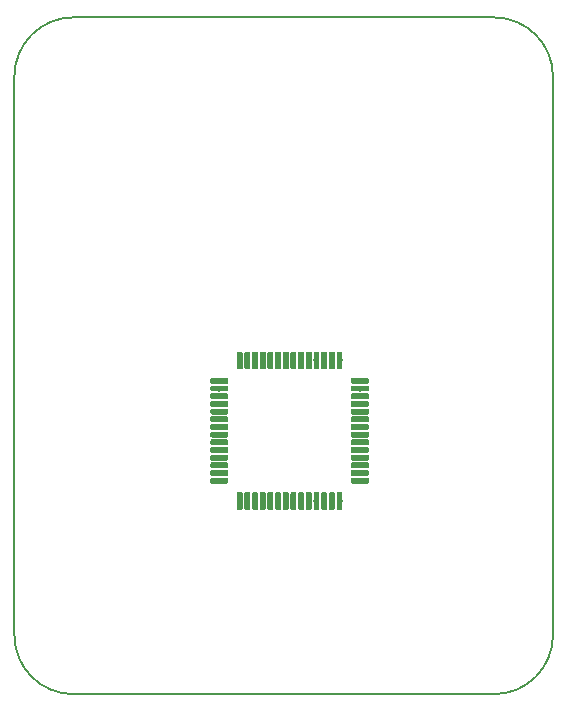
<source format=gbr>
G04 #@! TF.GenerationSoftware,KiCad,Pcbnew,5.1.4-e60b266~84~ubuntu19.04.1*
G04 #@! TF.CreationDate,2019-08-10T13:04:58+03:00*
G04 #@! TF.ProjectId,BRK-QFP-56-10x10-P0.65,42524b2d-5146-4502-9d35-362d31307831,v1.0*
G04 #@! TF.SameCoordinates,Original*
G04 #@! TF.FileFunction,Paste,Top*
G04 #@! TF.FilePolarity,Positive*
%FSLAX46Y46*%
G04 Gerber Fmt 4.6, Leading zero omitted, Abs format (unit mm)*
G04 Created by KiCad (PCBNEW 5.1.4-e60b266~84~ubuntu19.04.1) date 2019-08-10 13:04:58*
%MOMM*%
%LPD*%
G04 APERTURE LIST*
%ADD10C,0.150000*%
%ADD11C,0.100000*%
%ADD12C,0.500000*%
G04 APERTURE END LIST*
D10*
X76400000Y-27600000D02*
G75*
G02X81400000Y-32600000I0J-5000000D01*
G01*
X35800000Y-32600000D02*
G75*
G02X40800000Y-27600000I5000000J0D01*
G01*
X81400000Y-79900000D02*
G75*
G02X76400000Y-84900000I-5000000J0D01*
G01*
X40800000Y-84900000D02*
G75*
G02X35800000Y-79900000I0J5000000D01*
G01*
X76400000Y-84900000D02*
X40800000Y-84900000D01*
X81400000Y-32600000D02*
X81400000Y-79900000D01*
X40800000Y-27600000D02*
X76400000Y-27600000D01*
X35800000Y-79900000D02*
X35800000Y-32600000D01*
D11*
G36*
X55012252Y-55900602D02*
G01*
X55024386Y-55902402D01*
X55036286Y-55905382D01*
X55047835Y-55909515D01*
X55058925Y-55914760D01*
X55069446Y-55921066D01*
X55079299Y-55928374D01*
X55088388Y-55936612D01*
X55096626Y-55945701D01*
X55103934Y-55955554D01*
X55110240Y-55966075D01*
X55115485Y-55977165D01*
X55119618Y-55988714D01*
X55122598Y-56000614D01*
X55124398Y-56012748D01*
X55125000Y-56025000D01*
X55125000Y-57275000D01*
X55124398Y-57287252D01*
X55122598Y-57299386D01*
X55119618Y-57311286D01*
X55115485Y-57322835D01*
X55110240Y-57333925D01*
X55103934Y-57344446D01*
X55096626Y-57354299D01*
X55088388Y-57363388D01*
X55079299Y-57371626D01*
X55069446Y-57378934D01*
X55058925Y-57385240D01*
X55047835Y-57390485D01*
X55036286Y-57394618D01*
X55024386Y-57397598D01*
X55012252Y-57399398D01*
X55000000Y-57400000D01*
X54750000Y-57400000D01*
X54737748Y-57399398D01*
X54725614Y-57397598D01*
X54713714Y-57394618D01*
X54702165Y-57390485D01*
X54691075Y-57385240D01*
X54680554Y-57378934D01*
X54670701Y-57371626D01*
X54661612Y-57363388D01*
X54653374Y-57354299D01*
X54646066Y-57344446D01*
X54639760Y-57333925D01*
X54634515Y-57322835D01*
X54630382Y-57311286D01*
X54627402Y-57299386D01*
X54625602Y-57287252D01*
X54625000Y-57275000D01*
X54625000Y-56025000D01*
X54625602Y-56012748D01*
X54627402Y-56000614D01*
X54630382Y-55988714D01*
X54634515Y-55977165D01*
X54639760Y-55966075D01*
X54646066Y-55955554D01*
X54653374Y-55945701D01*
X54661612Y-55936612D01*
X54670701Y-55928374D01*
X54680554Y-55921066D01*
X54691075Y-55914760D01*
X54702165Y-55909515D01*
X54713714Y-55905382D01*
X54725614Y-55902402D01*
X54737748Y-55900602D01*
X54750000Y-55900000D01*
X55000000Y-55900000D01*
X55012252Y-55900602D01*
X55012252Y-55900602D01*
G37*
D12*
X54875000Y-56650000D03*
D11*
G36*
X55662252Y-55900602D02*
G01*
X55674386Y-55902402D01*
X55686286Y-55905382D01*
X55697835Y-55909515D01*
X55708925Y-55914760D01*
X55719446Y-55921066D01*
X55729299Y-55928374D01*
X55738388Y-55936612D01*
X55746626Y-55945701D01*
X55753934Y-55955554D01*
X55760240Y-55966075D01*
X55765485Y-55977165D01*
X55769618Y-55988714D01*
X55772598Y-56000614D01*
X55774398Y-56012748D01*
X55775000Y-56025000D01*
X55775000Y-57275000D01*
X55774398Y-57287252D01*
X55772598Y-57299386D01*
X55769618Y-57311286D01*
X55765485Y-57322835D01*
X55760240Y-57333925D01*
X55753934Y-57344446D01*
X55746626Y-57354299D01*
X55738388Y-57363388D01*
X55729299Y-57371626D01*
X55719446Y-57378934D01*
X55708925Y-57385240D01*
X55697835Y-57390485D01*
X55686286Y-57394618D01*
X55674386Y-57397598D01*
X55662252Y-57399398D01*
X55650000Y-57400000D01*
X55400000Y-57400000D01*
X55387748Y-57399398D01*
X55375614Y-57397598D01*
X55363714Y-57394618D01*
X55352165Y-57390485D01*
X55341075Y-57385240D01*
X55330554Y-57378934D01*
X55320701Y-57371626D01*
X55311612Y-57363388D01*
X55303374Y-57354299D01*
X55296066Y-57344446D01*
X55289760Y-57333925D01*
X55284515Y-57322835D01*
X55280382Y-57311286D01*
X55277402Y-57299386D01*
X55275602Y-57287252D01*
X55275000Y-57275000D01*
X55275000Y-56025000D01*
X55275602Y-56012748D01*
X55277402Y-56000614D01*
X55280382Y-55988714D01*
X55284515Y-55977165D01*
X55289760Y-55966075D01*
X55296066Y-55955554D01*
X55303374Y-55945701D01*
X55311612Y-55936612D01*
X55320701Y-55928374D01*
X55330554Y-55921066D01*
X55341075Y-55914760D01*
X55352165Y-55909515D01*
X55363714Y-55905382D01*
X55375614Y-55902402D01*
X55387748Y-55900602D01*
X55400000Y-55900000D01*
X55650000Y-55900000D01*
X55662252Y-55900602D01*
X55662252Y-55900602D01*
G37*
D12*
X55525000Y-56650000D03*
D11*
G36*
X56312252Y-55900602D02*
G01*
X56324386Y-55902402D01*
X56336286Y-55905382D01*
X56347835Y-55909515D01*
X56358925Y-55914760D01*
X56369446Y-55921066D01*
X56379299Y-55928374D01*
X56388388Y-55936612D01*
X56396626Y-55945701D01*
X56403934Y-55955554D01*
X56410240Y-55966075D01*
X56415485Y-55977165D01*
X56419618Y-55988714D01*
X56422598Y-56000614D01*
X56424398Y-56012748D01*
X56425000Y-56025000D01*
X56425000Y-57275000D01*
X56424398Y-57287252D01*
X56422598Y-57299386D01*
X56419618Y-57311286D01*
X56415485Y-57322835D01*
X56410240Y-57333925D01*
X56403934Y-57344446D01*
X56396626Y-57354299D01*
X56388388Y-57363388D01*
X56379299Y-57371626D01*
X56369446Y-57378934D01*
X56358925Y-57385240D01*
X56347835Y-57390485D01*
X56336286Y-57394618D01*
X56324386Y-57397598D01*
X56312252Y-57399398D01*
X56300000Y-57400000D01*
X56050000Y-57400000D01*
X56037748Y-57399398D01*
X56025614Y-57397598D01*
X56013714Y-57394618D01*
X56002165Y-57390485D01*
X55991075Y-57385240D01*
X55980554Y-57378934D01*
X55970701Y-57371626D01*
X55961612Y-57363388D01*
X55953374Y-57354299D01*
X55946066Y-57344446D01*
X55939760Y-57333925D01*
X55934515Y-57322835D01*
X55930382Y-57311286D01*
X55927402Y-57299386D01*
X55925602Y-57287252D01*
X55925000Y-57275000D01*
X55925000Y-56025000D01*
X55925602Y-56012748D01*
X55927402Y-56000614D01*
X55930382Y-55988714D01*
X55934515Y-55977165D01*
X55939760Y-55966075D01*
X55946066Y-55955554D01*
X55953374Y-55945701D01*
X55961612Y-55936612D01*
X55970701Y-55928374D01*
X55980554Y-55921066D01*
X55991075Y-55914760D01*
X56002165Y-55909515D01*
X56013714Y-55905382D01*
X56025614Y-55902402D01*
X56037748Y-55900602D01*
X56050000Y-55900000D01*
X56300000Y-55900000D01*
X56312252Y-55900602D01*
X56312252Y-55900602D01*
G37*
D12*
X56175000Y-56650000D03*
D11*
G36*
X56962252Y-55900602D02*
G01*
X56974386Y-55902402D01*
X56986286Y-55905382D01*
X56997835Y-55909515D01*
X57008925Y-55914760D01*
X57019446Y-55921066D01*
X57029299Y-55928374D01*
X57038388Y-55936612D01*
X57046626Y-55945701D01*
X57053934Y-55955554D01*
X57060240Y-55966075D01*
X57065485Y-55977165D01*
X57069618Y-55988714D01*
X57072598Y-56000614D01*
X57074398Y-56012748D01*
X57075000Y-56025000D01*
X57075000Y-57275000D01*
X57074398Y-57287252D01*
X57072598Y-57299386D01*
X57069618Y-57311286D01*
X57065485Y-57322835D01*
X57060240Y-57333925D01*
X57053934Y-57344446D01*
X57046626Y-57354299D01*
X57038388Y-57363388D01*
X57029299Y-57371626D01*
X57019446Y-57378934D01*
X57008925Y-57385240D01*
X56997835Y-57390485D01*
X56986286Y-57394618D01*
X56974386Y-57397598D01*
X56962252Y-57399398D01*
X56950000Y-57400000D01*
X56700000Y-57400000D01*
X56687748Y-57399398D01*
X56675614Y-57397598D01*
X56663714Y-57394618D01*
X56652165Y-57390485D01*
X56641075Y-57385240D01*
X56630554Y-57378934D01*
X56620701Y-57371626D01*
X56611612Y-57363388D01*
X56603374Y-57354299D01*
X56596066Y-57344446D01*
X56589760Y-57333925D01*
X56584515Y-57322835D01*
X56580382Y-57311286D01*
X56577402Y-57299386D01*
X56575602Y-57287252D01*
X56575000Y-57275000D01*
X56575000Y-56025000D01*
X56575602Y-56012748D01*
X56577402Y-56000614D01*
X56580382Y-55988714D01*
X56584515Y-55977165D01*
X56589760Y-55966075D01*
X56596066Y-55955554D01*
X56603374Y-55945701D01*
X56611612Y-55936612D01*
X56620701Y-55928374D01*
X56630554Y-55921066D01*
X56641075Y-55914760D01*
X56652165Y-55909515D01*
X56663714Y-55905382D01*
X56675614Y-55902402D01*
X56687748Y-55900602D01*
X56700000Y-55900000D01*
X56950000Y-55900000D01*
X56962252Y-55900602D01*
X56962252Y-55900602D01*
G37*
D12*
X56825000Y-56650000D03*
D11*
G36*
X57612252Y-55900602D02*
G01*
X57624386Y-55902402D01*
X57636286Y-55905382D01*
X57647835Y-55909515D01*
X57658925Y-55914760D01*
X57669446Y-55921066D01*
X57679299Y-55928374D01*
X57688388Y-55936612D01*
X57696626Y-55945701D01*
X57703934Y-55955554D01*
X57710240Y-55966075D01*
X57715485Y-55977165D01*
X57719618Y-55988714D01*
X57722598Y-56000614D01*
X57724398Y-56012748D01*
X57725000Y-56025000D01*
X57725000Y-57275000D01*
X57724398Y-57287252D01*
X57722598Y-57299386D01*
X57719618Y-57311286D01*
X57715485Y-57322835D01*
X57710240Y-57333925D01*
X57703934Y-57344446D01*
X57696626Y-57354299D01*
X57688388Y-57363388D01*
X57679299Y-57371626D01*
X57669446Y-57378934D01*
X57658925Y-57385240D01*
X57647835Y-57390485D01*
X57636286Y-57394618D01*
X57624386Y-57397598D01*
X57612252Y-57399398D01*
X57600000Y-57400000D01*
X57350000Y-57400000D01*
X57337748Y-57399398D01*
X57325614Y-57397598D01*
X57313714Y-57394618D01*
X57302165Y-57390485D01*
X57291075Y-57385240D01*
X57280554Y-57378934D01*
X57270701Y-57371626D01*
X57261612Y-57363388D01*
X57253374Y-57354299D01*
X57246066Y-57344446D01*
X57239760Y-57333925D01*
X57234515Y-57322835D01*
X57230382Y-57311286D01*
X57227402Y-57299386D01*
X57225602Y-57287252D01*
X57225000Y-57275000D01*
X57225000Y-56025000D01*
X57225602Y-56012748D01*
X57227402Y-56000614D01*
X57230382Y-55988714D01*
X57234515Y-55977165D01*
X57239760Y-55966075D01*
X57246066Y-55955554D01*
X57253374Y-55945701D01*
X57261612Y-55936612D01*
X57270701Y-55928374D01*
X57280554Y-55921066D01*
X57291075Y-55914760D01*
X57302165Y-55909515D01*
X57313714Y-55905382D01*
X57325614Y-55902402D01*
X57337748Y-55900602D01*
X57350000Y-55900000D01*
X57600000Y-55900000D01*
X57612252Y-55900602D01*
X57612252Y-55900602D01*
G37*
D12*
X57475000Y-56650000D03*
D11*
G36*
X58262252Y-55900602D02*
G01*
X58274386Y-55902402D01*
X58286286Y-55905382D01*
X58297835Y-55909515D01*
X58308925Y-55914760D01*
X58319446Y-55921066D01*
X58329299Y-55928374D01*
X58338388Y-55936612D01*
X58346626Y-55945701D01*
X58353934Y-55955554D01*
X58360240Y-55966075D01*
X58365485Y-55977165D01*
X58369618Y-55988714D01*
X58372598Y-56000614D01*
X58374398Y-56012748D01*
X58375000Y-56025000D01*
X58375000Y-57275000D01*
X58374398Y-57287252D01*
X58372598Y-57299386D01*
X58369618Y-57311286D01*
X58365485Y-57322835D01*
X58360240Y-57333925D01*
X58353934Y-57344446D01*
X58346626Y-57354299D01*
X58338388Y-57363388D01*
X58329299Y-57371626D01*
X58319446Y-57378934D01*
X58308925Y-57385240D01*
X58297835Y-57390485D01*
X58286286Y-57394618D01*
X58274386Y-57397598D01*
X58262252Y-57399398D01*
X58250000Y-57400000D01*
X58000000Y-57400000D01*
X57987748Y-57399398D01*
X57975614Y-57397598D01*
X57963714Y-57394618D01*
X57952165Y-57390485D01*
X57941075Y-57385240D01*
X57930554Y-57378934D01*
X57920701Y-57371626D01*
X57911612Y-57363388D01*
X57903374Y-57354299D01*
X57896066Y-57344446D01*
X57889760Y-57333925D01*
X57884515Y-57322835D01*
X57880382Y-57311286D01*
X57877402Y-57299386D01*
X57875602Y-57287252D01*
X57875000Y-57275000D01*
X57875000Y-56025000D01*
X57875602Y-56012748D01*
X57877402Y-56000614D01*
X57880382Y-55988714D01*
X57884515Y-55977165D01*
X57889760Y-55966075D01*
X57896066Y-55955554D01*
X57903374Y-55945701D01*
X57911612Y-55936612D01*
X57920701Y-55928374D01*
X57930554Y-55921066D01*
X57941075Y-55914760D01*
X57952165Y-55909515D01*
X57963714Y-55905382D01*
X57975614Y-55902402D01*
X57987748Y-55900602D01*
X58000000Y-55900000D01*
X58250000Y-55900000D01*
X58262252Y-55900602D01*
X58262252Y-55900602D01*
G37*
D12*
X58125000Y-56650000D03*
D11*
G36*
X58912252Y-55900602D02*
G01*
X58924386Y-55902402D01*
X58936286Y-55905382D01*
X58947835Y-55909515D01*
X58958925Y-55914760D01*
X58969446Y-55921066D01*
X58979299Y-55928374D01*
X58988388Y-55936612D01*
X58996626Y-55945701D01*
X59003934Y-55955554D01*
X59010240Y-55966075D01*
X59015485Y-55977165D01*
X59019618Y-55988714D01*
X59022598Y-56000614D01*
X59024398Y-56012748D01*
X59025000Y-56025000D01*
X59025000Y-57275000D01*
X59024398Y-57287252D01*
X59022598Y-57299386D01*
X59019618Y-57311286D01*
X59015485Y-57322835D01*
X59010240Y-57333925D01*
X59003934Y-57344446D01*
X58996626Y-57354299D01*
X58988388Y-57363388D01*
X58979299Y-57371626D01*
X58969446Y-57378934D01*
X58958925Y-57385240D01*
X58947835Y-57390485D01*
X58936286Y-57394618D01*
X58924386Y-57397598D01*
X58912252Y-57399398D01*
X58900000Y-57400000D01*
X58650000Y-57400000D01*
X58637748Y-57399398D01*
X58625614Y-57397598D01*
X58613714Y-57394618D01*
X58602165Y-57390485D01*
X58591075Y-57385240D01*
X58580554Y-57378934D01*
X58570701Y-57371626D01*
X58561612Y-57363388D01*
X58553374Y-57354299D01*
X58546066Y-57344446D01*
X58539760Y-57333925D01*
X58534515Y-57322835D01*
X58530382Y-57311286D01*
X58527402Y-57299386D01*
X58525602Y-57287252D01*
X58525000Y-57275000D01*
X58525000Y-56025000D01*
X58525602Y-56012748D01*
X58527402Y-56000614D01*
X58530382Y-55988714D01*
X58534515Y-55977165D01*
X58539760Y-55966075D01*
X58546066Y-55955554D01*
X58553374Y-55945701D01*
X58561612Y-55936612D01*
X58570701Y-55928374D01*
X58580554Y-55921066D01*
X58591075Y-55914760D01*
X58602165Y-55909515D01*
X58613714Y-55905382D01*
X58625614Y-55902402D01*
X58637748Y-55900602D01*
X58650000Y-55900000D01*
X58900000Y-55900000D01*
X58912252Y-55900602D01*
X58912252Y-55900602D01*
G37*
D12*
X58775000Y-56650000D03*
D11*
G36*
X59562252Y-55900602D02*
G01*
X59574386Y-55902402D01*
X59586286Y-55905382D01*
X59597835Y-55909515D01*
X59608925Y-55914760D01*
X59619446Y-55921066D01*
X59629299Y-55928374D01*
X59638388Y-55936612D01*
X59646626Y-55945701D01*
X59653934Y-55955554D01*
X59660240Y-55966075D01*
X59665485Y-55977165D01*
X59669618Y-55988714D01*
X59672598Y-56000614D01*
X59674398Y-56012748D01*
X59675000Y-56025000D01*
X59675000Y-57275000D01*
X59674398Y-57287252D01*
X59672598Y-57299386D01*
X59669618Y-57311286D01*
X59665485Y-57322835D01*
X59660240Y-57333925D01*
X59653934Y-57344446D01*
X59646626Y-57354299D01*
X59638388Y-57363388D01*
X59629299Y-57371626D01*
X59619446Y-57378934D01*
X59608925Y-57385240D01*
X59597835Y-57390485D01*
X59586286Y-57394618D01*
X59574386Y-57397598D01*
X59562252Y-57399398D01*
X59550000Y-57400000D01*
X59300000Y-57400000D01*
X59287748Y-57399398D01*
X59275614Y-57397598D01*
X59263714Y-57394618D01*
X59252165Y-57390485D01*
X59241075Y-57385240D01*
X59230554Y-57378934D01*
X59220701Y-57371626D01*
X59211612Y-57363388D01*
X59203374Y-57354299D01*
X59196066Y-57344446D01*
X59189760Y-57333925D01*
X59184515Y-57322835D01*
X59180382Y-57311286D01*
X59177402Y-57299386D01*
X59175602Y-57287252D01*
X59175000Y-57275000D01*
X59175000Y-56025000D01*
X59175602Y-56012748D01*
X59177402Y-56000614D01*
X59180382Y-55988714D01*
X59184515Y-55977165D01*
X59189760Y-55966075D01*
X59196066Y-55955554D01*
X59203374Y-55945701D01*
X59211612Y-55936612D01*
X59220701Y-55928374D01*
X59230554Y-55921066D01*
X59241075Y-55914760D01*
X59252165Y-55909515D01*
X59263714Y-55905382D01*
X59275614Y-55902402D01*
X59287748Y-55900602D01*
X59300000Y-55900000D01*
X59550000Y-55900000D01*
X59562252Y-55900602D01*
X59562252Y-55900602D01*
G37*
D12*
X59425000Y-56650000D03*
D11*
G36*
X60212252Y-55900602D02*
G01*
X60224386Y-55902402D01*
X60236286Y-55905382D01*
X60247835Y-55909515D01*
X60258925Y-55914760D01*
X60269446Y-55921066D01*
X60279299Y-55928374D01*
X60288388Y-55936612D01*
X60296626Y-55945701D01*
X60303934Y-55955554D01*
X60310240Y-55966075D01*
X60315485Y-55977165D01*
X60319618Y-55988714D01*
X60322598Y-56000614D01*
X60324398Y-56012748D01*
X60325000Y-56025000D01*
X60325000Y-57275000D01*
X60324398Y-57287252D01*
X60322598Y-57299386D01*
X60319618Y-57311286D01*
X60315485Y-57322835D01*
X60310240Y-57333925D01*
X60303934Y-57344446D01*
X60296626Y-57354299D01*
X60288388Y-57363388D01*
X60279299Y-57371626D01*
X60269446Y-57378934D01*
X60258925Y-57385240D01*
X60247835Y-57390485D01*
X60236286Y-57394618D01*
X60224386Y-57397598D01*
X60212252Y-57399398D01*
X60200000Y-57400000D01*
X59950000Y-57400000D01*
X59937748Y-57399398D01*
X59925614Y-57397598D01*
X59913714Y-57394618D01*
X59902165Y-57390485D01*
X59891075Y-57385240D01*
X59880554Y-57378934D01*
X59870701Y-57371626D01*
X59861612Y-57363388D01*
X59853374Y-57354299D01*
X59846066Y-57344446D01*
X59839760Y-57333925D01*
X59834515Y-57322835D01*
X59830382Y-57311286D01*
X59827402Y-57299386D01*
X59825602Y-57287252D01*
X59825000Y-57275000D01*
X59825000Y-56025000D01*
X59825602Y-56012748D01*
X59827402Y-56000614D01*
X59830382Y-55988714D01*
X59834515Y-55977165D01*
X59839760Y-55966075D01*
X59846066Y-55955554D01*
X59853374Y-55945701D01*
X59861612Y-55936612D01*
X59870701Y-55928374D01*
X59880554Y-55921066D01*
X59891075Y-55914760D01*
X59902165Y-55909515D01*
X59913714Y-55905382D01*
X59925614Y-55902402D01*
X59937748Y-55900602D01*
X59950000Y-55900000D01*
X60200000Y-55900000D01*
X60212252Y-55900602D01*
X60212252Y-55900602D01*
G37*
D12*
X60075000Y-56650000D03*
D11*
G36*
X60862252Y-55900602D02*
G01*
X60874386Y-55902402D01*
X60886286Y-55905382D01*
X60897835Y-55909515D01*
X60908925Y-55914760D01*
X60919446Y-55921066D01*
X60929299Y-55928374D01*
X60938388Y-55936612D01*
X60946626Y-55945701D01*
X60953934Y-55955554D01*
X60960240Y-55966075D01*
X60965485Y-55977165D01*
X60969618Y-55988714D01*
X60972598Y-56000614D01*
X60974398Y-56012748D01*
X60975000Y-56025000D01*
X60975000Y-57275000D01*
X60974398Y-57287252D01*
X60972598Y-57299386D01*
X60969618Y-57311286D01*
X60965485Y-57322835D01*
X60960240Y-57333925D01*
X60953934Y-57344446D01*
X60946626Y-57354299D01*
X60938388Y-57363388D01*
X60929299Y-57371626D01*
X60919446Y-57378934D01*
X60908925Y-57385240D01*
X60897835Y-57390485D01*
X60886286Y-57394618D01*
X60874386Y-57397598D01*
X60862252Y-57399398D01*
X60850000Y-57400000D01*
X60600000Y-57400000D01*
X60587748Y-57399398D01*
X60575614Y-57397598D01*
X60563714Y-57394618D01*
X60552165Y-57390485D01*
X60541075Y-57385240D01*
X60530554Y-57378934D01*
X60520701Y-57371626D01*
X60511612Y-57363388D01*
X60503374Y-57354299D01*
X60496066Y-57344446D01*
X60489760Y-57333925D01*
X60484515Y-57322835D01*
X60480382Y-57311286D01*
X60477402Y-57299386D01*
X60475602Y-57287252D01*
X60475000Y-57275000D01*
X60475000Y-56025000D01*
X60475602Y-56012748D01*
X60477402Y-56000614D01*
X60480382Y-55988714D01*
X60484515Y-55977165D01*
X60489760Y-55966075D01*
X60496066Y-55955554D01*
X60503374Y-55945701D01*
X60511612Y-55936612D01*
X60520701Y-55928374D01*
X60530554Y-55921066D01*
X60541075Y-55914760D01*
X60552165Y-55909515D01*
X60563714Y-55905382D01*
X60575614Y-55902402D01*
X60587748Y-55900602D01*
X60600000Y-55900000D01*
X60850000Y-55900000D01*
X60862252Y-55900602D01*
X60862252Y-55900602D01*
G37*
D12*
X60725000Y-56650000D03*
D11*
G36*
X61512252Y-55900602D02*
G01*
X61524386Y-55902402D01*
X61536286Y-55905382D01*
X61547835Y-55909515D01*
X61558925Y-55914760D01*
X61569446Y-55921066D01*
X61579299Y-55928374D01*
X61588388Y-55936612D01*
X61596626Y-55945701D01*
X61603934Y-55955554D01*
X61610240Y-55966075D01*
X61615485Y-55977165D01*
X61619618Y-55988714D01*
X61622598Y-56000614D01*
X61624398Y-56012748D01*
X61625000Y-56025000D01*
X61625000Y-57275000D01*
X61624398Y-57287252D01*
X61622598Y-57299386D01*
X61619618Y-57311286D01*
X61615485Y-57322835D01*
X61610240Y-57333925D01*
X61603934Y-57344446D01*
X61596626Y-57354299D01*
X61588388Y-57363388D01*
X61579299Y-57371626D01*
X61569446Y-57378934D01*
X61558925Y-57385240D01*
X61547835Y-57390485D01*
X61536286Y-57394618D01*
X61524386Y-57397598D01*
X61512252Y-57399398D01*
X61500000Y-57400000D01*
X61250000Y-57400000D01*
X61237748Y-57399398D01*
X61225614Y-57397598D01*
X61213714Y-57394618D01*
X61202165Y-57390485D01*
X61191075Y-57385240D01*
X61180554Y-57378934D01*
X61170701Y-57371626D01*
X61161612Y-57363388D01*
X61153374Y-57354299D01*
X61146066Y-57344446D01*
X61139760Y-57333925D01*
X61134515Y-57322835D01*
X61130382Y-57311286D01*
X61127402Y-57299386D01*
X61125602Y-57287252D01*
X61125000Y-57275000D01*
X61125000Y-56025000D01*
X61125602Y-56012748D01*
X61127402Y-56000614D01*
X61130382Y-55988714D01*
X61134515Y-55977165D01*
X61139760Y-55966075D01*
X61146066Y-55955554D01*
X61153374Y-55945701D01*
X61161612Y-55936612D01*
X61170701Y-55928374D01*
X61180554Y-55921066D01*
X61191075Y-55914760D01*
X61202165Y-55909515D01*
X61213714Y-55905382D01*
X61225614Y-55902402D01*
X61237748Y-55900602D01*
X61250000Y-55900000D01*
X61500000Y-55900000D01*
X61512252Y-55900602D01*
X61512252Y-55900602D01*
G37*
D12*
X61375000Y-56650000D03*
D11*
G36*
X62162252Y-55900602D02*
G01*
X62174386Y-55902402D01*
X62186286Y-55905382D01*
X62197835Y-55909515D01*
X62208925Y-55914760D01*
X62219446Y-55921066D01*
X62229299Y-55928374D01*
X62238388Y-55936612D01*
X62246626Y-55945701D01*
X62253934Y-55955554D01*
X62260240Y-55966075D01*
X62265485Y-55977165D01*
X62269618Y-55988714D01*
X62272598Y-56000614D01*
X62274398Y-56012748D01*
X62275000Y-56025000D01*
X62275000Y-57275000D01*
X62274398Y-57287252D01*
X62272598Y-57299386D01*
X62269618Y-57311286D01*
X62265485Y-57322835D01*
X62260240Y-57333925D01*
X62253934Y-57344446D01*
X62246626Y-57354299D01*
X62238388Y-57363388D01*
X62229299Y-57371626D01*
X62219446Y-57378934D01*
X62208925Y-57385240D01*
X62197835Y-57390485D01*
X62186286Y-57394618D01*
X62174386Y-57397598D01*
X62162252Y-57399398D01*
X62150000Y-57400000D01*
X61900000Y-57400000D01*
X61887748Y-57399398D01*
X61875614Y-57397598D01*
X61863714Y-57394618D01*
X61852165Y-57390485D01*
X61841075Y-57385240D01*
X61830554Y-57378934D01*
X61820701Y-57371626D01*
X61811612Y-57363388D01*
X61803374Y-57354299D01*
X61796066Y-57344446D01*
X61789760Y-57333925D01*
X61784515Y-57322835D01*
X61780382Y-57311286D01*
X61777402Y-57299386D01*
X61775602Y-57287252D01*
X61775000Y-57275000D01*
X61775000Y-56025000D01*
X61775602Y-56012748D01*
X61777402Y-56000614D01*
X61780382Y-55988714D01*
X61784515Y-55977165D01*
X61789760Y-55966075D01*
X61796066Y-55955554D01*
X61803374Y-55945701D01*
X61811612Y-55936612D01*
X61820701Y-55928374D01*
X61830554Y-55921066D01*
X61841075Y-55914760D01*
X61852165Y-55909515D01*
X61863714Y-55905382D01*
X61875614Y-55902402D01*
X61887748Y-55900602D01*
X61900000Y-55900000D01*
X62150000Y-55900000D01*
X62162252Y-55900602D01*
X62162252Y-55900602D01*
G37*
D12*
X62025000Y-56650000D03*
D11*
G36*
X62812252Y-55900602D02*
G01*
X62824386Y-55902402D01*
X62836286Y-55905382D01*
X62847835Y-55909515D01*
X62858925Y-55914760D01*
X62869446Y-55921066D01*
X62879299Y-55928374D01*
X62888388Y-55936612D01*
X62896626Y-55945701D01*
X62903934Y-55955554D01*
X62910240Y-55966075D01*
X62915485Y-55977165D01*
X62919618Y-55988714D01*
X62922598Y-56000614D01*
X62924398Y-56012748D01*
X62925000Y-56025000D01*
X62925000Y-57275000D01*
X62924398Y-57287252D01*
X62922598Y-57299386D01*
X62919618Y-57311286D01*
X62915485Y-57322835D01*
X62910240Y-57333925D01*
X62903934Y-57344446D01*
X62896626Y-57354299D01*
X62888388Y-57363388D01*
X62879299Y-57371626D01*
X62869446Y-57378934D01*
X62858925Y-57385240D01*
X62847835Y-57390485D01*
X62836286Y-57394618D01*
X62824386Y-57397598D01*
X62812252Y-57399398D01*
X62800000Y-57400000D01*
X62550000Y-57400000D01*
X62537748Y-57399398D01*
X62525614Y-57397598D01*
X62513714Y-57394618D01*
X62502165Y-57390485D01*
X62491075Y-57385240D01*
X62480554Y-57378934D01*
X62470701Y-57371626D01*
X62461612Y-57363388D01*
X62453374Y-57354299D01*
X62446066Y-57344446D01*
X62439760Y-57333925D01*
X62434515Y-57322835D01*
X62430382Y-57311286D01*
X62427402Y-57299386D01*
X62425602Y-57287252D01*
X62425000Y-57275000D01*
X62425000Y-56025000D01*
X62425602Y-56012748D01*
X62427402Y-56000614D01*
X62430382Y-55988714D01*
X62434515Y-55977165D01*
X62439760Y-55966075D01*
X62446066Y-55955554D01*
X62453374Y-55945701D01*
X62461612Y-55936612D01*
X62470701Y-55928374D01*
X62480554Y-55921066D01*
X62491075Y-55914760D01*
X62502165Y-55909515D01*
X62513714Y-55905382D01*
X62525614Y-55902402D01*
X62537748Y-55900602D01*
X62550000Y-55900000D01*
X62800000Y-55900000D01*
X62812252Y-55900602D01*
X62812252Y-55900602D01*
G37*
D12*
X62675000Y-56650000D03*
D11*
G36*
X63462252Y-55900602D02*
G01*
X63474386Y-55902402D01*
X63486286Y-55905382D01*
X63497835Y-55909515D01*
X63508925Y-55914760D01*
X63519446Y-55921066D01*
X63529299Y-55928374D01*
X63538388Y-55936612D01*
X63546626Y-55945701D01*
X63553934Y-55955554D01*
X63560240Y-55966075D01*
X63565485Y-55977165D01*
X63569618Y-55988714D01*
X63572598Y-56000614D01*
X63574398Y-56012748D01*
X63575000Y-56025000D01*
X63575000Y-57275000D01*
X63574398Y-57287252D01*
X63572598Y-57299386D01*
X63569618Y-57311286D01*
X63565485Y-57322835D01*
X63560240Y-57333925D01*
X63553934Y-57344446D01*
X63546626Y-57354299D01*
X63538388Y-57363388D01*
X63529299Y-57371626D01*
X63519446Y-57378934D01*
X63508925Y-57385240D01*
X63497835Y-57390485D01*
X63486286Y-57394618D01*
X63474386Y-57397598D01*
X63462252Y-57399398D01*
X63450000Y-57400000D01*
X63200000Y-57400000D01*
X63187748Y-57399398D01*
X63175614Y-57397598D01*
X63163714Y-57394618D01*
X63152165Y-57390485D01*
X63141075Y-57385240D01*
X63130554Y-57378934D01*
X63120701Y-57371626D01*
X63111612Y-57363388D01*
X63103374Y-57354299D01*
X63096066Y-57344446D01*
X63089760Y-57333925D01*
X63084515Y-57322835D01*
X63080382Y-57311286D01*
X63077402Y-57299386D01*
X63075602Y-57287252D01*
X63075000Y-57275000D01*
X63075000Y-56025000D01*
X63075602Y-56012748D01*
X63077402Y-56000614D01*
X63080382Y-55988714D01*
X63084515Y-55977165D01*
X63089760Y-55966075D01*
X63096066Y-55955554D01*
X63103374Y-55945701D01*
X63111612Y-55936612D01*
X63120701Y-55928374D01*
X63130554Y-55921066D01*
X63141075Y-55914760D01*
X63152165Y-55909515D01*
X63163714Y-55905382D01*
X63175614Y-55902402D01*
X63187748Y-55900602D01*
X63200000Y-55900000D01*
X63450000Y-55900000D01*
X63462252Y-55900602D01*
X63462252Y-55900602D01*
G37*
D12*
X63325000Y-56650000D03*
D11*
G36*
X65687252Y-58125602D02*
G01*
X65699386Y-58127402D01*
X65711286Y-58130382D01*
X65722835Y-58134515D01*
X65733925Y-58139760D01*
X65744446Y-58146066D01*
X65754299Y-58153374D01*
X65763388Y-58161612D01*
X65771626Y-58170701D01*
X65778934Y-58180554D01*
X65785240Y-58191075D01*
X65790485Y-58202165D01*
X65794618Y-58213714D01*
X65797598Y-58225614D01*
X65799398Y-58237748D01*
X65800000Y-58250000D01*
X65800000Y-58500000D01*
X65799398Y-58512252D01*
X65797598Y-58524386D01*
X65794618Y-58536286D01*
X65790485Y-58547835D01*
X65785240Y-58558925D01*
X65778934Y-58569446D01*
X65771626Y-58579299D01*
X65763388Y-58588388D01*
X65754299Y-58596626D01*
X65744446Y-58603934D01*
X65733925Y-58610240D01*
X65722835Y-58615485D01*
X65711286Y-58619618D01*
X65699386Y-58622598D01*
X65687252Y-58624398D01*
X65675000Y-58625000D01*
X64425000Y-58625000D01*
X64412748Y-58624398D01*
X64400614Y-58622598D01*
X64388714Y-58619618D01*
X64377165Y-58615485D01*
X64366075Y-58610240D01*
X64355554Y-58603934D01*
X64345701Y-58596626D01*
X64336612Y-58588388D01*
X64328374Y-58579299D01*
X64321066Y-58569446D01*
X64314760Y-58558925D01*
X64309515Y-58547835D01*
X64305382Y-58536286D01*
X64302402Y-58524386D01*
X64300602Y-58512252D01*
X64300000Y-58500000D01*
X64300000Y-58250000D01*
X64300602Y-58237748D01*
X64302402Y-58225614D01*
X64305382Y-58213714D01*
X64309515Y-58202165D01*
X64314760Y-58191075D01*
X64321066Y-58180554D01*
X64328374Y-58170701D01*
X64336612Y-58161612D01*
X64345701Y-58153374D01*
X64355554Y-58146066D01*
X64366075Y-58139760D01*
X64377165Y-58134515D01*
X64388714Y-58130382D01*
X64400614Y-58127402D01*
X64412748Y-58125602D01*
X64425000Y-58125000D01*
X65675000Y-58125000D01*
X65687252Y-58125602D01*
X65687252Y-58125602D01*
G37*
D12*
X65050000Y-58375000D03*
D11*
G36*
X65687252Y-58775602D02*
G01*
X65699386Y-58777402D01*
X65711286Y-58780382D01*
X65722835Y-58784515D01*
X65733925Y-58789760D01*
X65744446Y-58796066D01*
X65754299Y-58803374D01*
X65763388Y-58811612D01*
X65771626Y-58820701D01*
X65778934Y-58830554D01*
X65785240Y-58841075D01*
X65790485Y-58852165D01*
X65794618Y-58863714D01*
X65797598Y-58875614D01*
X65799398Y-58887748D01*
X65800000Y-58900000D01*
X65800000Y-59150000D01*
X65799398Y-59162252D01*
X65797598Y-59174386D01*
X65794618Y-59186286D01*
X65790485Y-59197835D01*
X65785240Y-59208925D01*
X65778934Y-59219446D01*
X65771626Y-59229299D01*
X65763388Y-59238388D01*
X65754299Y-59246626D01*
X65744446Y-59253934D01*
X65733925Y-59260240D01*
X65722835Y-59265485D01*
X65711286Y-59269618D01*
X65699386Y-59272598D01*
X65687252Y-59274398D01*
X65675000Y-59275000D01*
X64425000Y-59275000D01*
X64412748Y-59274398D01*
X64400614Y-59272598D01*
X64388714Y-59269618D01*
X64377165Y-59265485D01*
X64366075Y-59260240D01*
X64355554Y-59253934D01*
X64345701Y-59246626D01*
X64336612Y-59238388D01*
X64328374Y-59229299D01*
X64321066Y-59219446D01*
X64314760Y-59208925D01*
X64309515Y-59197835D01*
X64305382Y-59186286D01*
X64302402Y-59174386D01*
X64300602Y-59162252D01*
X64300000Y-59150000D01*
X64300000Y-58900000D01*
X64300602Y-58887748D01*
X64302402Y-58875614D01*
X64305382Y-58863714D01*
X64309515Y-58852165D01*
X64314760Y-58841075D01*
X64321066Y-58830554D01*
X64328374Y-58820701D01*
X64336612Y-58811612D01*
X64345701Y-58803374D01*
X64355554Y-58796066D01*
X64366075Y-58789760D01*
X64377165Y-58784515D01*
X64388714Y-58780382D01*
X64400614Y-58777402D01*
X64412748Y-58775602D01*
X64425000Y-58775000D01*
X65675000Y-58775000D01*
X65687252Y-58775602D01*
X65687252Y-58775602D01*
G37*
D12*
X65050000Y-59025000D03*
D11*
G36*
X65687252Y-59425602D02*
G01*
X65699386Y-59427402D01*
X65711286Y-59430382D01*
X65722835Y-59434515D01*
X65733925Y-59439760D01*
X65744446Y-59446066D01*
X65754299Y-59453374D01*
X65763388Y-59461612D01*
X65771626Y-59470701D01*
X65778934Y-59480554D01*
X65785240Y-59491075D01*
X65790485Y-59502165D01*
X65794618Y-59513714D01*
X65797598Y-59525614D01*
X65799398Y-59537748D01*
X65800000Y-59550000D01*
X65800000Y-59800000D01*
X65799398Y-59812252D01*
X65797598Y-59824386D01*
X65794618Y-59836286D01*
X65790485Y-59847835D01*
X65785240Y-59858925D01*
X65778934Y-59869446D01*
X65771626Y-59879299D01*
X65763388Y-59888388D01*
X65754299Y-59896626D01*
X65744446Y-59903934D01*
X65733925Y-59910240D01*
X65722835Y-59915485D01*
X65711286Y-59919618D01*
X65699386Y-59922598D01*
X65687252Y-59924398D01*
X65675000Y-59925000D01*
X64425000Y-59925000D01*
X64412748Y-59924398D01*
X64400614Y-59922598D01*
X64388714Y-59919618D01*
X64377165Y-59915485D01*
X64366075Y-59910240D01*
X64355554Y-59903934D01*
X64345701Y-59896626D01*
X64336612Y-59888388D01*
X64328374Y-59879299D01*
X64321066Y-59869446D01*
X64314760Y-59858925D01*
X64309515Y-59847835D01*
X64305382Y-59836286D01*
X64302402Y-59824386D01*
X64300602Y-59812252D01*
X64300000Y-59800000D01*
X64300000Y-59550000D01*
X64300602Y-59537748D01*
X64302402Y-59525614D01*
X64305382Y-59513714D01*
X64309515Y-59502165D01*
X64314760Y-59491075D01*
X64321066Y-59480554D01*
X64328374Y-59470701D01*
X64336612Y-59461612D01*
X64345701Y-59453374D01*
X64355554Y-59446066D01*
X64366075Y-59439760D01*
X64377165Y-59434515D01*
X64388714Y-59430382D01*
X64400614Y-59427402D01*
X64412748Y-59425602D01*
X64425000Y-59425000D01*
X65675000Y-59425000D01*
X65687252Y-59425602D01*
X65687252Y-59425602D01*
G37*
D12*
X65050000Y-59675000D03*
D11*
G36*
X65687252Y-60075602D02*
G01*
X65699386Y-60077402D01*
X65711286Y-60080382D01*
X65722835Y-60084515D01*
X65733925Y-60089760D01*
X65744446Y-60096066D01*
X65754299Y-60103374D01*
X65763388Y-60111612D01*
X65771626Y-60120701D01*
X65778934Y-60130554D01*
X65785240Y-60141075D01*
X65790485Y-60152165D01*
X65794618Y-60163714D01*
X65797598Y-60175614D01*
X65799398Y-60187748D01*
X65800000Y-60200000D01*
X65800000Y-60450000D01*
X65799398Y-60462252D01*
X65797598Y-60474386D01*
X65794618Y-60486286D01*
X65790485Y-60497835D01*
X65785240Y-60508925D01*
X65778934Y-60519446D01*
X65771626Y-60529299D01*
X65763388Y-60538388D01*
X65754299Y-60546626D01*
X65744446Y-60553934D01*
X65733925Y-60560240D01*
X65722835Y-60565485D01*
X65711286Y-60569618D01*
X65699386Y-60572598D01*
X65687252Y-60574398D01*
X65675000Y-60575000D01*
X64425000Y-60575000D01*
X64412748Y-60574398D01*
X64400614Y-60572598D01*
X64388714Y-60569618D01*
X64377165Y-60565485D01*
X64366075Y-60560240D01*
X64355554Y-60553934D01*
X64345701Y-60546626D01*
X64336612Y-60538388D01*
X64328374Y-60529299D01*
X64321066Y-60519446D01*
X64314760Y-60508925D01*
X64309515Y-60497835D01*
X64305382Y-60486286D01*
X64302402Y-60474386D01*
X64300602Y-60462252D01*
X64300000Y-60450000D01*
X64300000Y-60200000D01*
X64300602Y-60187748D01*
X64302402Y-60175614D01*
X64305382Y-60163714D01*
X64309515Y-60152165D01*
X64314760Y-60141075D01*
X64321066Y-60130554D01*
X64328374Y-60120701D01*
X64336612Y-60111612D01*
X64345701Y-60103374D01*
X64355554Y-60096066D01*
X64366075Y-60089760D01*
X64377165Y-60084515D01*
X64388714Y-60080382D01*
X64400614Y-60077402D01*
X64412748Y-60075602D01*
X64425000Y-60075000D01*
X65675000Y-60075000D01*
X65687252Y-60075602D01*
X65687252Y-60075602D01*
G37*
D12*
X65050000Y-60325000D03*
D11*
G36*
X65687252Y-60725602D02*
G01*
X65699386Y-60727402D01*
X65711286Y-60730382D01*
X65722835Y-60734515D01*
X65733925Y-60739760D01*
X65744446Y-60746066D01*
X65754299Y-60753374D01*
X65763388Y-60761612D01*
X65771626Y-60770701D01*
X65778934Y-60780554D01*
X65785240Y-60791075D01*
X65790485Y-60802165D01*
X65794618Y-60813714D01*
X65797598Y-60825614D01*
X65799398Y-60837748D01*
X65800000Y-60850000D01*
X65800000Y-61100000D01*
X65799398Y-61112252D01*
X65797598Y-61124386D01*
X65794618Y-61136286D01*
X65790485Y-61147835D01*
X65785240Y-61158925D01*
X65778934Y-61169446D01*
X65771626Y-61179299D01*
X65763388Y-61188388D01*
X65754299Y-61196626D01*
X65744446Y-61203934D01*
X65733925Y-61210240D01*
X65722835Y-61215485D01*
X65711286Y-61219618D01*
X65699386Y-61222598D01*
X65687252Y-61224398D01*
X65675000Y-61225000D01*
X64425000Y-61225000D01*
X64412748Y-61224398D01*
X64400614Y-61222598D01*
X64388714Y-61219618D01*
X64377165Y-61215485D01*
X64366075Y-61210240D01*
X64355554Y-61203934D01*
X64345701Y-61196626D01*
X64336612Y-61188388D01*
X64328374Y-61179299D01*
X64321066Y-61169446D01*
X64314760Y-61158925D01*
X64309515Y-61147835D01*
X64305382Y-61136286D01*
X64302402Y-61124386D01*
X64300602Y-61112252D01*
X64300000Y-61100000D01*
X64300000Y-60850000D01*
X64300602Y-60837748D01*
X64302402Y-60825614D01*
X64305382Y-60813714D01*
X64309515Y-60802165D01*
X64314760Y-60791075D01*
X64321066Y-60780554D01*
X64328374Y-60770701D01*
X64336612Y-60761612D01*
X64345701Y-60753374D01*
X64355554Y-60746066D01*
X64366075Y-60739760D01*
X64377165Y-60734515D01*
X64388714Y-60730382D01*
X64400614Y-60727402D01*
X64412748Y-60725602D01*
X64425000Y-60725000D01*
X65675000Y-60725000D01*
X65687252Y-60725602D01*
X65687252Y-60725602D01*
G37*
D12*
X65050000Y-60975000D03*
D11*
G36*
X65687252Y-61375602D02*
G01*
X65699386Y-61377402D01*
X65711286Y-61380382D01*
X65722835Y-61384515D01*
X65733925Y-61389760D01*
X65744446Y-61396066D01*
X65754299Y-61403374D01*
X65763388Y-61411612D01*
X65771626Y-61420701D01*
X65778934Y-61430554D01*
X65785240Y-61441075D01*
X65790485Y-61452165D01*
X65794618Y-61463714D01*
X65797598Y-61475614D01*
X65799398Y-61487748D01*
X65800000Y-61500000D01*
X65800000Y-61750000D01*
X65799398Y-61762252D01*
X65797598Y-61774386D01*
X65794618Y-61786286D01*
X65790485Y-61797835D01*
X65785240Y-61808925D01*
X65778934Y-61819446D01*
X65771626Y-61829299D01*
X65763388Y-61838388D01*
X65754299Y-61846626D01*
X65744446Y-61853934D01*
X65733925Y-61860240D01*
X65722835Y-61865485D01*
X65711286Y-61869618D01*
X65699386Y-61872598D01*
X65687252Y-61874398D01*
X65675000Y-61875000D01*
X64425000Y-61875000D01*
X64412748Y-61874398D01*
X64400614Y-61872598D01*
X64388714Y-61869618D01*
X64377165Y-61865485D01*
X64366075Y-61860240D01*
X64355554Y-61853934D01*
X64345701Y-61846626D01*
X64336612Y-61838388D01*
X64328374Y-61829299D01*
X64321066Y-61819446D01*
X64314760Y-61808925D01*
X64309515Y-61797835D01*
X64305382Y-61786286D01*
X64302402Y-61774386D01*
X64300602Y-61762252D01*
X64300000Y-61750000D01*
X64300000Y-61500000D01*
X64300602Y-61487748D01*
X64302402Y-61475614D01*
X64305382Y-61463714D01*
X64309515Y-61452165D01*
X64314760Y-61441075D01*
X64321066Y-61430554D01*
X64328374Y-61420701D01*
X64336612Y-61411612D01*
X64345701Y-61403374D01*
X64355554Y-61396066D01*
X64366075Y-61389760D01*
X64377165Y-61384515D01*
X64388714Y-61380382D01*
X64400614Y-61377402D01*
X64412748Y-61375602D01*
X64425000Y-61375000D01*
X65675000Y-61375000D01*
X65687252Y-61375602D01*
X65687252Y-61375602D01*
G37*
D12*
X65050000Y-61625000D03*
D11*
G36*
X65687252Y-62025602D02*
G01*
X65699386Y-62027402D01*
X65711286Y-62030382D01*
X65722835Y-62034515D01*
X65733925Y-62039760D01*
X65744446Y-62046066D01*
X65754299Y-62053374D01*
X65763388Y-62061612D01*
X65771626Y-62070701D01*
X65778934Y-62080554D01*
X65785240Y-62091075D01*
X65790485Y-62102165D01*
X65794618Y-62113714D01*
X65797598Y-62125614D01*
X65799398Y-62137748D01*
X65800000Y-62150000D01*
X65800000Y-62400000D01*
X65799398Y-62412252D01*
X65797598Y-62424386D01*
X65794618Y-62436286D01*
X65790485Y-62447835D01*
X65785240Y-62458925D01*
X65778934Y-62469446D01*
X65771626Y-62479299D01*
X65763388Y-62488388D01*
X65754299Y-62496626D01*
X65744446Y-62503934D01*
X65733925Y-62510240D01*
X65722835Y-62515485D01*
X65711286Y-62519618D01*
X65699386Y-62522598D01*
X65687252Y-62524398D01*
X65675000Y-62525000D01*
X64425000Y-62525000D01*
X64412748Y-62524398D01*
X64400614Y-62522598D01*
X64388714Y-62519618D01*
X64377165Y-62515485D01*
X64366075Y-62510240D01*
X64355554Y-62503934D01*
X64345701Y-62496626D01*
X64336612Y-62488388D01*
X64328374Y-62479299D01*
X64321066Y-62469446D01*
X64314760Y-62458925D01*
X64309515Y-62447835D01*
X64305382Y-62436286D01*
X64302402Y-62424386D01*
X64300602Y-62412252D01*
X64300000Y-62400000D01*
X64300000Y-62150000D01*
X64300602Y-62137748D01*
X64302402Y-62125614D01*
X64305382Y-62113714D01*
X64309515Y-62102165D01*
X64314760Y-62091075D01*
X64321066Y-62080554D01*
X64328374Y-62070701D01*
X64336612Y-62061612D01*
X64345701Y-62053374D01*
X64355554Y-62046066D01*
X64366075Y-62039760D01*
X64377165Y-62034515D01*
X64388714Y-62030382D01*
X64400614Y-62027402D01*
X64412748Y-62025602D01*
X64425000Y-62025000D01*
X65675000Y-62025000D01*
X65687252Y-62025602D01*
X65687252Y-62025602D01*
G37*
D12*
X65050000Y-62275000D03*
D11*
G36*
X65687252Y-62675602D02*
G01*
X65699386Y-62677402D01*
X65711286Y-62680382D01*
X65722835Y-62684515D01*
X65733925Y-62689760D01*
X65744446Y-62696066D01*
X65754299Y-62703374D01*
X65763388Y-62711612D01*
X65771626Y-62720701D01*
X65778934Y-62730554D01*
X65785240Y-62741075D01*
X65790485Y-62752165D01*
X65794618Y-62763714D01*
X65797598Y-62775614D01*
X65799398Y-62787748D01*
X65800000Y-62800000D01*
X65800000Y-63050000D01*
X65799398Y-63062252D01*
X65797598Y-63074386D01*
X65794618Y-63086286D01*
X65790485Y-63097835D01*
X65785240Y-63108925D01*
X65778934Y-63119446D01*
X65771626Y-63129299D01*
X65763388Y-63138388D01*
X65754299Y-63146626D01*
X65744446Y-63153934D01*
X65733925Y-63160240D01*
X65722835Y-63165485D01*
X65711286Y-63169618D01*
X65699386Y-63172598D01*
X65687252Y-63174398D01*
X65675000Y-63175000D01*
X64425000Y-63175000D01*
X64412748Y-63174398D01*
X64400614Y-63172598D01*
X64388714Y-63169618D01*
X64377165Y-63165485D01*
X64366075Y-63160240D01*
X64355554Y-63153934D01*
X64345701Y-63146626D01*
X64336612Y-63138388D01*
X64328374Y-63129299D01*
X64321066Y-63119446D01*
X64314760Y-63108925D01*
X64309515Y-63097835D01*
X64305382Y-63086286D01*
X64302402Y-63074386D01*
X64300602Y-63062252D01*
X64300000Y-63050000D01*
X64300000Y-62800000D01*
X64300602Y-62787748D01*
X64302402Y-62775614D01*
X64305382Y-62763714D01*
X64309515Y-62752165D01*
X64314760Y-62741075D01*
X64321066Y-62730554D01*
X64328374Y-62720701D01*
X64336612Y-62711612D01*
X64345701Y-62703374D01*
X64355554Y-62696066D01*
X64366075Y-62689760D01*
X64377165Y-62684515D01*
X64388714Y-62680382D01*
X64400614Y-62677402D01*
X64412748Y-62675602D01*
X64425000Y-62675000D01*
X65675000Y-62675000D01*
X65687252Y-62675602D01*
X65687252Y-62675602D01*
G37*
D12*
X65050000Y-62925000D03*
D11*
G36*
X65687252Y-63325602D02*
G01*
X65699386Y-63327402D01*
X65711286Y-63330382D01*
X65722835Y-63334515D01*
X65733925Y-63339760D01*
X65744446Y-63346066D01*
X65754299Y-63353374D01*
X65763388Y-63361612D01*
X65771626Y-63370701D01*
X65778934Y-63380554D01*
X65785240Y-63391075D01*
X65790485Y-63402165D01*
X65794618Y-63413714D01*
X65797598Y-63425614D01*
X65799398Y-63437748D01*
X65800000Y-63450000D01*
X65800000Y-63700000D01*
X65799398Y-63712252D01*
X65797598Y-63724386D01*
X65794618Y-63736286D01*
X65790485Y-63747835D01*
X65785240Y-63758925D01*
X65778934Y-63769446D01*
X65771626Y-63779299D01*
X65763388Y-63788388D01*
X65754299Y-63796626D01*
X65744446Y-63803934D01*
X65733925Y-63810240D01*
X65722835Y-63815485D01*
X65711286Y-63819618D01*
X65699386Y-63822598D01*
X65687252Y-63824398D01*
X65675000Y-63825000D01*
X64425000Y-63825000D01*
X64412748Y-63824398D01*
X64400614Y-63822598D01*
X64388714Y-63819618D01*
X64377165Y-63815485D01*
X64366075Y-63810240D01*
X64355554Y-63803934D01*
X64345701Y-63796626D01*
X64336612Y-63788388D01*
X64328374Y-63779299D01*
X64321066Y-63769446D01*
X64314760Y-63758925D01*
X64309515Y-63747835D01*
X64305382Y-63736286D01*
X64302402Y-63724386D01*
X64300602Y-63712252D01*
X64300000Y-63700000D01*
X64300000Y-63450000D01*
X64300602Y-63437748D01*
X64302402Y-63425614D01*
X64305382Y-63413714D01*
X64309515Y-63402165D01*
X64314760Y-63391075D01*
X64321066Y-63380554D01*
X64328374Y-63370701D01*
X64336612Y-63361612D01*
X64345701Y-63353374D01*
X64355554Y-63346066D01*
X64366075Y-63339760D01*
X64377165Y-63334515D01*
X64388714Y-63330382D01*
X64400614Y-63327402D01*
X64412748Y-63325602D01*
X64425000Y-63325000D01*
X65675000Y-63325000D01*
X65687252Y-63325602D01*
X65687252Y-63325602D01*
G37*
D12*
X65050000Y-63575000D03*
D11*
G36*
X65687252Y-63975602D02*
G01*
X65699386Y-63977402D01*
X65711286Y-63980382D01*
X65722835Y-63984515D01*
X65733925Y-63989760D01*
X65744446Y-63996066D01*
X65754299Y-64003374D01*
X65763388Y-64011612D01*
X65771626Y-64020701D01*
X65778934Y-64030554D01*
X65785240Y-64041075D01*
X65790485Y-64052165D01*
X65794618Y-64063714D01*
X65797598Y-64075614D01*
X65799398Y-64087748D01*
X65800000Y-64100000D01*
X65800000Y-64350000D01*
X65799398Y-64362252D01*
X65797598Y-64374386D01*
X65794618Y-64386286D01*
X65790485Y-64397835D01*
X65785240Y-64408925D01*
X65778934Y-64419446D01*
X65771626Y-64429299D01*
X65763388Y-64438388D01*
X65754299Y-64446626D01*
X65744446Y-64453934D01*
X65733925Y-64460240D01*
X65722835Y-64465485D01*
X65711286Y-64469618D01*
X65699386Y-64472598D01*
X65687252Y-64474398D01*
X65675000Y-64475000D01*
X64425000Y-64475000D01*
X64412748Y-64474398D01*
X64400614Y-64472598D01*
X64388714Y-64469618D01*
X64377165Y-64465485D01*
X64366075Y-64460240D01*
X64355554Y-64453934D01*
X64345701Y-64446626D01*
X64336612Y-64438388D01*
X64328374Y-64429299D01*
X64321066Y-64419446D01*
X64314760Y-64408925D01*
X64309515Y-64397835D01*
X64305382Y-64386286D01*
X64302402Y-64374386D01*
X64300602Y-64362252D01*
X64300000Y-64350000D01*
X64300000Y-64100000D01*
X64300602Y-64087748D01*
X64302402Y-64075614D01*
X64305382Y-64063714D01*
X64309515Y-64052165D01*
X64314760Y-64041075D01*
X64321066Y-64030554D01*
X64328374Y-64020701D01*
X64336612Y-64011612D01*
X64345701Y-64003374D01*
X64355554Y-63996066D01*
X64366075Y-63989760D01*
X64377165Y-63984515D01*
X64388714Y-63980382D01*
X64400614Y-63977402D01*
X64412748Y-63975602D01*
X64425000Y-63975000D01*
X65675000Y-63975000D01*
X65687252Y-63975602D01*
X65687252Y-63975602D01*
G37*
D12*
X65050000Y-64225000D03*
D11*
G36*
X65687252Y-64625602D02*
G01*
X65699386Y-64627402D01*
X65711286Y-64630382D01*
X65722835Y-64634515D01*
X65733925Y-64639760D01*
X65744446Y-64646066D01*
X65754299Y-64653374D01*
X65763388Y-64661612D01*
X65771626Y-64670701D01*
X65778934Y-64680554D01*
X65785240Y-64691075D01*
X65790485Y-64702165D01*
X65794618Y-64713714D01*
X65797598Y-64725614D01*
X65799398Y-64737748D01*
X65800000Y-64750000D01*
X65800000Y-65000000D01*
X65799398Y-65012252D01*
X65797598Y-65024386D01*
X65794618Y-65036286D01*
X65790485Y-65047835D01*
X65785240Y-65058925D01*
X65778934Y-65069446D01*
X65771626Y-65079299D01*
X65763388Y-65088388D01*
X65754299Y-65096626D01*
X65744446Y-65103934D01*
X65733925Y-65110240D01*
X65722835Y-65115485D01*
X65711286Y-65119618D01*
X65699386Y-65122598D01*
X65687252Y-65124398D01*
X65675000Y-65125000D01*
X64425000Y-65125000D01*
X64412748Y-65124398D01*
X64400614Y-65122598D01*
X64388714Y-65119618D01*
X64377165Y-65115485D01*
X64366075Y-65110240D01*
X64355554Y-65103934D01*
X64345701Y-65096626D01*
X64336612Y-65088388D01*
X64328374Y-65079299D01*
X64321066Y-65069446D01*
X64314760Y-65058925D01*
X64309515Y-65047835D01*
X64305382Y-65036286D01*
X64302402Y-65024386D01*
X64300602Y-65012252D01*
X64300000Y-65000000D01*
X64300000Y-64750000D01*
X64300602Y-64737748D01*
X64302402Y-64725614D01*
X64305382Y-64713714D01*
X64309515Y-64702165D01*
X64314760Y-64691075D01*
X64321066Y-64680554D01*
X64328374Y-64670701D01*
X64336612Y-64661612D01*
X64345701Y-64653374D01*
X64355554Y-64646066D01*
X64366075Y-64639760D01*
X64377165Y-64634515D01*
X64388714Y-64630382D01*
X64400614Y-64627402D01*
X64412748Y-64625602D01*
X64425000Y-64625000D01*
X65675000Y-64625000D01*
X65687252Y-64625602D01*
X65687252Y-64625602D01*
G37*
D12*
X65050000Y-64875000D03*
D11*
G36*
X65687252Y-65275602D02*
G01*
X65699386Y-65277402D01*
X65711286Y-65280382D01*
X65722835Y-65284515D01*
X65733925Y-65289760D01*
X65744446Y-65296066D01*
X65754299Y-65303374D01*
X65763388Y-65311612D01*
X65771626Y-65320701D01*
X65778934Y-65330554D01*
X65785240Y-65341075D01*
X65790485Y-65352165D01*
X65794618Y-65363714D01*
X65797598Y-65375614D01*
X65799398Y-65387748D01*
X65800000Y-65400000D01*
X65800000Y-65650000D01*
X65799398Y-65662252D01*
X65797598Y-65674386D01*
X65794618Y-65686286D01*
X65790485Y-65697835D01*
X65785240Y-65708925D01*
X65778934Y-65719446D01*
X65771626Y-65729299D01*
X65763388Y-65738388D01*
X65754299Y-65746626D01*
X65744446Y-65753934D01*
X65733925Y-65760240D01*
X65722835Y-65765485D01*
X65711286Y-65769618D01*
X65699386Y-65772598D01*
X65687252Y-65774398D01*
X65675000Y-65775000D01*
X64425000Y-65775000D01*
X64412748Y-65774398D01*
X64400614Y-65772598D01*
X64388714Y-65769618D01*
X64377165Y-65765485D01*
X64366075Y-65760240D01*
X64355554Y-65753934D01*
X64345701Y-65746626D01*
X64336612Y-65738388D01*
X64328374Y-65729299D01*
X64321066Y-65719446D01*
X64314760Y-65708925D01*
X64309515Y-65697835D01*
X64305382Y-65686286D01*
X64302402Y-65674386D01*
X64300602Y-65662252D01*
X64300000Y-65650000D01*
X64300000Y-65400000D01*
X64300602Y-65387748D01*
X64302402Y-65375614D01*
X64305382Y-65363714D01*
X64309515Y-65352165D01*
X64314760Y-65341075D01*
X64321066Y-65330554D01*
X64328374Y-65320701D01*
X64336612Y-65311612D01*
X64345701Y-65303374D01*
X64355554Y-65296066D01*
X64366075Y-65289760D01*
X64377165Y-65284515D01*
X64388714Y-65280382D01*
X64400614Y-65277402D01*
X64412748Y-65275602D01*
X64425000Y-65275000D01*
X65675000Y-65275000D01*
X65687252Y-65275602D01*
X65687252Y-65275602D01*
G37*
D12*
X65050000Y-65525000D03*
D11*
G36*
X65687252Y-65925602D02*
G01*
X65699386Y-65927402D01*
X65711286Y-65930382D01*
X65722835Y-65934515D01*
X65733925Y-65939760D01*
X65744446Y-65946066D01*
X65754299Y-65953374D01*
X65763388Y-65961612D01*
X65771626Y-65970701D01*
X65778934Y-65980554D01*
X65785240Y-65991075D01*
X65790485Y-66002165D01*
X65794618Y-66013714D01*
X65797598Y-66025614D01*
X65799398Y-66037748D01*
X65800000Y-66050000D01*
X65800000Y-66300000D01*
X65799398Y-66312252D01*
X65797598Y-66324386D01*
X65794618Y-66336286D01*
X65790485Y-66347835D01*
X65785240Y-66358925D01*
X65778934Y-66369446D01*
X65771626Y-66379299D01*
X65763388Y-66388388D01*
X65754299Y-66396626D01*
X65744446Y-66403934D01*
X65733925Y-66410240D01*
X65722835Y-66415485D01*
X65711286Y-66419618D01*
X65699386Y-66422598D01*
X65687252Y-66424398D01*
X65675000Y-66425000D01*
X64425000Y-66425000D01*
X64412748Y-66424398D01*
X64400614Y-66422598D01*
X64388714Y-66419618D01*
X64377165Y-66415485D01*
X64366075Y-66410240D01*
X64355554Y-66403934D01*
X64345701Y-66396626D01*
X64336612Y-66388388D01*
X64328374Y-66379299D01*
X64321066Y-66369446D01*
X64314760Y-66358925D01*
X64309515Y-66347835D01*
X64305382Y-66336286D01*
X64302402Y-66324386D01*
X64300602Y-66312252D01*
X64300000Y-66300000D01*
X64300000Y-66050000D01*
X64300602Y-66037748D01*
X64302402Y-66025614D01*
X64305382Y-66013714D01*
X64309515Y-66002165D01*
X64314760Y-65991075D01*
X64321066Y-65980554D01*
X64328374Y-65970701D01*
X64336612Y-65961612D01*
X64345701Y-65953374D01*
X64355554Y-65946066D01*
X64366075Y-65939760D01*
X64377165Y-65934515D01*
X64388714Y-65930382D01*
X64400614Y-65927402D01*
X64412748Y-65925602D01*
X64425000Y-65925000D01*
X65675000Y-65925000D01*
X65687252Y-65925602D01*
X65687252Y-65925602D01*
G37*
D12*
X65050000Y-66175000D03*
D11*
G36*
X65687252Y-66575602D02*
G01*
X65699386Y-66577402D01*
X65711286Y-66580382D01*
X65722835Y-66584515D01*
X65733925Y-66589760D01*
X65744446Y-66596066D01*
X65754299Y-66603374D01*
X65763388Y-66611612D01*
X65771626Y-66620701D01*
X65778934Y-66630554D01*
X65785240Y-66641075D01*
X65790485Y-66652165D01*
X65794618Y-66663714D01*
X65797598Y-66675614D01*
X65799398Y-66687748D01*
X65800000Y-66700000D01*
X65800000Y-66950000D01*
X65799398Y-66962252D01*
X65797598Y-66974386D01*
X65794618Y-66986286D01*
X65790485Y-66997835D01*
X65785240Y-67008925D01*
X65778934Y-67019446D01*
X65771626Y-67029299D01*
X65763388Y-67038388D01*
X65754299Y-67046626D01*
X65744446Y-67053934D01*
X65733925Y-67060240D01*
X65722835Y-67065485D01*
X65711286Y-67069618D01*
X65699386Y-67072598D01*
X65687252Y-67074398D01*
X65675000Y-67075000D01*
X64425000Y-67075000D01*
X64412748Y-67074398D01*
X64400614Y-67072598D01*
X64388714Y-67069618D01*
X64377165Y-67065485D01*
X64366075Y-67060240D01*
X64355554Y-67053934D01*
X64345701Y-67046626D01*
X64336612Y-67038388D01*
X64328374Y-67029299D01*
X64321066Y-67019446D01*
X64314760Y-67008925D01*
X64309515Y-66997835D01*
X64305382Y-66986286D01*
X64302402Y-66974386D01*
X64300602Y-66962252D01*
X64300000Y-66950000D01*
X64300000Y-66700000D01*
X64300602Y-66687748D01*
X64302402Y-66675614D01*
X64305382Y-66663714D01*
X64309515Y-66652165D01*
X64314760Y-66641075D01*
X64321066Y-66630554D01*
X64328374Y-66620701D01*
X64336612Y-66611612D01*
X64345701Y-66603374D01*
X64355554Y-66596066D01*
X64366075Y-66589760D01*
X64377165Y-66584515D01*
X64388714Y-66580382D01*
X64400614Y-66577402D01*
X64412748Y-66575602D01*
X64425000Y-66575000D01*
X65675000Y-66575000D01*
X65687252Y-66575602D01*
X65687252Y-66575602D01*
G37*
D12*
X65050000Y-66825000D03*
D11*
G36*
X63462252Y-67800602D02*
G01*
X63474386Y-67802402D01*
X63486286Y-67805382D01*
X63497835Y-67809515D01*
X63508925Y-67814760D01*
X63519446Y-67821066D01*
X63529299Y-67828374D01*
X63538388Y-67836612D01*
X63546626Y-67845701D01*
X63553934Y-67855554D01*
X63560240Y-67866075D01*
X63565485Y-67877165D01*
X63569618Y-67888714D01*
X63572598Y-67900614D01*
X63574398Y-67912748D01*
X63575000Y-67925000D01*
X63575000Y-69175000D01*
X63574398Y-69187252D01*
X63572598Y-69199386D01*
X63569618Y-69211286D01*
X63565485Y-69222835D01*
X63560240Y-69233925D01*
X63553934Y-69244446D01*
X63546626Y-69254299D01*
X63538388Y-69263388D01*
X63529299Y-69271626D01*
X63519446Y-69278934D01*
X63508925Y-69285240D01*
X63497835Y-69290485D01*
X63486286Y-69294618D01*
X63474386Y-69297598D01*
X63462252Y-69299398D01*
X63450000Y-69300000D01*
X63200000Y-69300000D01*
X63187748Y-69299398D01*
X63175614Y-69297598D01*
X63163714Y-69294618D01*
X63152165Y-69290485D01*
X63141075Y-69285240D01*
X63130554Y-69278934D01*
X63120701Y-69271626D01*
X63111612Y-69263388D01*
X63103374Y-69254299D01*
X63096066Y-69244446D01*
X63089760Y-69233925D01*
X63084515Y-69222835D01*
X63080382Y-69211286D01*
X63077402Y-69199386D01*
X63075602Y-69187252D01*
X63075000Y-69175000D01*
X63075000Y-67925000D01*
X63075602Y-67912748D01*
X63077402Y-67900614D01*
X63080382Y-67888714D01*
X63084515Y-67877165D01*
X63089760Y-67866075D01*
X63096066Y-67855554D01*
X63103374Y-67845701D01*
X63111612Y-67836612D01*
X63120701Y-67828374D01*
X63130554Y-67821066D01*
X63141075Y-67814760D01*
X63152165Y-67809515D01*
X63163714Y-67805382D01*
X63175614Y-67802402D01*
X63187748Y-67800602D01*
X63200000Y-67800000D01*
X63450000Y-67800000D01*
X63462252Y-67800602D01*
X63462252Y-67800602D01*
G37*
D12*
X63325000Y-68550000D03*
D11*
G36*
X62812252Y-67800602D02*
G01*
X62824386Y-67802402D01*
X62836286Y-67805382D01*
X62847835Y-67809515D01*
X62858925Y-67814760D01*
X62869446Y-67821066D01*
X62879299Y-67828374D01*
X62888388Y-67836612D01*
X62896626Y-67845701D01*
X62903934Y-67855554D01*
X62910240Y-67866075D01*
X62915485Y-67877165D01*
X62919618Y-67888714D01*
X62922598Y-67900614D01*
X62924398Y-67912748D01*
X62925000Y-67925000D01*
X62925000Y-69175000D01*
X62924398Y-69187252D01*
X62922598Y-69199386D01*
X62919618Y-69211286D01*
X62915485Y-69222835D01*
X62910240Y-69233925D01*
X62903934Y-69244446D01*
X62896626Y-69254299D01*
X62888388Y-69263388D01*
X62879299Y-69271626D01*
X62869446Y-69278934D01*
X62858925Y-69285240D01*
X62847835Y-69290485D01*
X62836286Y-69294618D01*
X62824386Y-69297598D01*
X62812252Y-69299398D01*
X62800000Y-69300000D01*
X62550000Y-69300000D01*
X62537748Y-69299398D01*
X62525614Y-69297598D01*
X62513714Y-69294618D01*
X62502165Y-69290485D01*
X62491075Y-69285240D01*
X62480554Y-69278934D01*
X62470701Y-69271626D01*
X62461612Y-69263388D01*
X62453374Y-69254299D01*
X62446066Y-69244446D01*
X62439760Y-69233925D01*
X62434515Y-69222835D01*
X62430382Y-69211286D01*
X62427402Y-69199386D01*
X62425602Y-69187252D01*
X62425000Y-69175000D01*
X62425000Y-67925000D01*
X62425602Y-67912748D01*
X62427402Y-67900614D01*
X62430382Y-67888714D01*
X62434515Y-67877165D01*
X62439760Y-67866075D01*
X62446066Y-67855554D01*
X62453374Y-67845701D01*
X62461612Y-67836612D01*
X62470701Y-67828374D01*
X62480554Y-67821066D01*
X62491075Y-67814760D01*
X62502165Y-67809515D01*
X62513714Y-67805382D01*
X62525614Y-67802402D01*
X62537748Y-67800602D01*
X62550000Y-67800000D01*
X62800000Y-67800000D01*
X62812252Y-67800602D01*
X62812252Y-67800602D01*
G37*
D12*
X62675000Y-68550000D03*
D11*
G36*
X62162252Y-67800602D02*
G01*
X62174386Y-67802402D01*
X62186286Y-67805382D01*
X62197835Y-67809515D01*
X62208925Y-67814760D01*
X62219446Y-67821066D01*
X62229299Y-67828374D01*
X62238388Y-67836612D01*
X62246626Y-67845701D01*
X62253934Y-67855554D01*
X62260240Y-67866075D01*
X62265485Y-67877165D01*
X62269618Y-67888714D01*
X62272598Y-67900614D01*
X62274398Y-67912748D01*
X62275000Y-67925000D01*
X62275000Y-69175000D01*
X62274398Y-69187252D01*
X62272598Y-69199386D01*
X62269618Y-69211286D01*
X62265485Y-69222835D01*
X62260240Y-69233925D01*
X62253934Y-69244446D01*
X62246626Y-69254299D01*
X62238388Y-69263388D01*
X62229299Y-69271626D01*
X62219446Y-69278934D01*
X62208925Y-69285240D01*
X62197835Y-69290485D01*
X62186286Y-69294618D01*
X62174386Y-69297598D01*
X62162252Y-69299398D01*
X62150000Y-69300000D01*
X61900000Y-69300000D01*
X61887748Y-69299398D01*
X61875614Y-69297598D01*
X61863714Y-69294618D01*
X61852165Y-69290485D01*
X61841075Y-69285240D01*
X61830554Y-69278934D01*
X61820701Y-69271626D01*
X61811612Y-69263388D01*
X61803374Y-69254299D01*
X61796066Y-69244446D01*
X61789760Y-69233925D01*
X61784515Y-69222835D01*
X61780382Y-69211286D01*
X61777402Y-69199386D01*
X61775602Y-69187252D01*
X61775000Y-69175000D01*
X61775000Y-67925000D01*
X61775602Y-67912748D01*
X61777402Y-67900614D01*
X61780382Y-67888714D01*
X61784515Y-67877165D01*
X61789760Y-67866075D01*
X61796066Y-67855554D01*
X61803374Y-67845701D01*
X61811612Y-67836612D01*
X61820701Y-67828374D01*
X61830554Y-67821066D01*
X61841075Y-67814760D01*
X61852165Y-67809515D01*
X61863714Y-67805382D01*
X61875614Y-67802402D01*
X61887748Y-67800602D01*
X61900000Y-67800000D01*
X62150000Y-67800000D01*
X62162252Y-67800602D01*
X62162252Y-67800602D01*
G37*
D12*
X62025000Y-68550000D03*
D11*
G36*
X61512252Y-67800602D02*
G01*
X61524386Y-67802402D01*
X61536286Y-67805382D01*
X61547835Y-67809515D01*
X61558925Y-67814760D01*
X61569446Y-67821066D01*
X61579299Y-67828374D01*
X61588388Y-67836612D01*
X61596626Y-67845701D01*
X61603934Y-67855554D01*
X61610240Y-67866075D01*
X61615485Y-67877165D01*
X61619618Y-67888714D01*
X61622598Y-67900614D01*
X61624398Y-67912748D01*
X61625000Y-67925000D01*
X61625000Y-69175000D01*
X61624398Y-69187252D01*
X61622598Y-69199386D01*
X61619618Y-69211286D01*
X61615485Y-69222835D01*
X61610240Y-69233925D01*
X61603934Y-69244446D01*
X61596626Y-69254299D01*
X61588388Y-69263388D01*
X61579299Y-69271626D01*
X61569446Y-69278934D01*
X61558925Y-69285240D01*
X61547835Y-69290485D01*
X61536286Y-69294618D01*
X61524386Y-69297598D01*
X61512252Y-69299398D01*
X61500000Y-69300000D01*
X61250000Y-69300000D01*
X61237748Y-69299398D01*
X61225614Y-69297598D01*
X61213714Y-69294618D01*
X61202165Y-69290485D01*
X61191075Y-69285240D01*
X61180554Y-69278934D01*
X61170701Y-69271626D01*
X61161612Y-69263388D01*
X61153374Y-69254299D01*
X61146066Y-69244446D01*
X61139760Y-69233925D01*
X61134515Y-69222835D01*
X61130382Y-69211286D01*
X61127402Y-69199386D01*
X61125602Y-69187252D01*
X61125000Y-69175000D01*
X61125000Y-67925000D01*
X61125602Y-67912748D01*
X61127402Y-67900614D01*
X61130382Y-67888714D01*
X61134515Y-67877165D01*
X61139760Y-67866075D01*
X61146066Y-67855554D01*
X61153374Y-67845701D01*
X61161612Y-67836612D01*
X61170701Y-67828374D01*
X61180554Y-67821066D01*
X61191075Y-67814760D01*
X61202165Y-67809515D01*
X61213714Y-67805382D01*
X61225614Y-67802402D01*
X61237748Y-67800602D01*
X61250000Y-67800000D01*
X61500000Y-67800000D01*
X61512252Y-67800602D01*
X61512252Y-67800602D01*
G37*
D12*
X61375000Y-68550000D03*
D11*
G36*
X60862252Y-67800602D02*
G01*
X60874386Y-67802402D01*
X60886286Y-67805382D01*
X60897835Y-67809515D01*
X60908925Y-67814760D01*
X60919446Y-67821066D01*
X60929299Y-67828374D01*
X60938388Y-67836612D01*
X60946626Y-67845701D01*
X60953934Y-67855554D01*
X60960240Y-67866075D01*
X60965485Y-67877165D01*
X60969618Y-67888714D01*
X60972598Y-67900614D01*
X60974398Y-67912748D01*
X60975000Y-67925000D01*
X60975000Y-69175000D01*
X60974398Y-69187252D01*
X60972598Y-69199386D01*
X60969618Y-69211286D01*
X60965485Y-69222835D01*
X60960240Y-69233925D01*
X60953934Y-69244446D01*
X60946626Y-69254299D01*
X60938388Y-69263388D01*
X60929299Y-69271626D01*
X60919446Y-69278934D01*
X60908925Y-69285240D01*
X60897835Y-69290485D01*
X60886286Y-69294618D01*
X60874386Y-69297598D01*
X60862252Y-69299398D01*
X60850000Y-69300000D01*
X60600000Y-69300000D01*
X60587748Y-69299398D01*
X60575614Y-69297598D01*
X60563714Y-69294618D01*
X60552165Y-69290485D01*
X60541075Y-69285240D01*
X60530554Y-69278934D01*
X60520701Y-69271626D01*
X60511612Y-69263388D01*
X60503374Y-69254299D01*
X60496066Y-69244446D01*
X60489760Y-69233925D01*
X60484515Y-69222835D01*
X60480382Y-69211286D01*
X60477402Y-69199386D01*
X60475602Y-69187252D01*
X60475000Y-69175000D01*
X60475000Y-67925000D01*
X60475602Y-67912748D01*
X60477402Y-67900614D01*
X60480382Y-67888714D01*
X60484515Y-67877165D01*
X60489760Y-67866075D01*
X60496066Y-67855554D01*
X60503374Y-67845701D01*
X60511612Y-67836612D01*
X60520701Y-67828374D01*
X60530554Y-67821066D01*
X60541075Y-67814760D01*
X60552165Y-67809515D01*
X60563714Y-67805382D01*
X60575614Y-67802402D01*
X60587748Y-67800602D01*
X60600000Y-67800000D01*
X60850000Y-67800000D01*
X60862252Y-67800602D01*
X60862252Y-67800602D01*
G37*
D12*
X60725000Y-68550000D03*
D11*
G36*
X60212252Y-67800602D02*
G01*
X60224386Y-67802402D01*
X60236286Y-67805382D01*
X60247835Y-67809515D01*
X60258925Y-67814760D01*
X60269446Y-67821066D01*
X60279299Y-67828374D01*
X60288388Y-67836612D01*
X60296626Y-67845701D01*
X60303934Y-67855554D01*
X60310240Y-67866075D01*
X60315485Y-67877165D01*
X60319618Y-67888714D01*
X60322598Y-67900614D01*
X60324398Y-67912748D01*
X60325000Y-67925000D01*
X60325000Y-69175000D01*
X60324398Y-69187252D01*
X60322598Y-69199386D01*
X60319618Y-69211286D01*
X60315485Y-69222835D01*
X60310240Y-69233925D01*
X60303934Y-69244446D01*
X60296626Y-69254299D01*
X60288388Y-69263388D01*
X60279299Y-69271626D01*
X60269446Y-69278934D01*
X60258925Y-69285240D01*
X60247835Y-69290485D01*
X60236286Y-69294618D01*
X60224386Y-69297598D01*
X60212252Y-69299398D01*
X60200000Y-69300000D01*
X59950000Y-69300000D01*
X59937748Y-69299398D01*
X59925614Y-69297598D01*
X59913714Y-69294618D01*
X59902165Y-69290485D01*
X59891075Y-69285240D01*
X59880554Y-69278934D01*
X59870701Y-69271626D01*
X59861612Y-69263388D01*
X59853374Y-69254299D01*
X59846066Y-69244446D01*
X59839760Y-69233925D01*
X59834515Y-69222835D01*
X59830382Y-69211286D01*
X59827402Y-69199386D01*
X59825602Y-69187252D01*
X59825000Y-69175000D01*
X59825000Y-67925000D01*
X59825602Y-67912748D01*
X59827402Y-67900614D01*
X59830382Y-67888714D01*
X59834515Y-67877165D01*
X59839760Y-67866075D01*
X59846066Y-67855554D01*
X59853374Y-67845701D01*
X59861612Y-67836612D01*
X59870701Y-67828374D01*
X59880554Y-67821066D01*
X59891075Y-67814760D01*
X59902165Y-67809515D01*
X59913714Y-67805382D01*
X59925614Y-67802402D01*
X59937748Y-67800602D01*
X59950000Y-67800000D01*
X60200000Y-67800000D01*
X60212252Y-67800602D01*
X60212252Y-67800602D01*
G37*
D12*
X60075000Y-68550000D03*
D11*
G36*
X59562252Y-67800602D02*
G01*
X59574386Y-67802402D01*
X59586286Y-67805382D01*
X59597835Y-67809515D01*
X59608925Y-67814760D01*
X59619446Y-67821066D01*
X59629299Y-67828374D01*
X59638388Y-67836612D01*
X59646626Y-67845701D01*
X59653934Y-67855554D01*
X59660240Y-67866075D01*
X59665485Y-67877165D01*
X59669618Y-67888714D01*
X59672598Y-67900614D01*
X59674398Y-67912748D01*
X59675000Y-67925000D01*
X59675000Y-69175000D01*
X59674398Y-69187252D01*
X59672598Y-69199386D01*
X59669618Y-69211286D01*
X59665485Y-69222835D01*
X59660240Y-69233925D01*
X59653934Y-69244446D01*
X59646626Y-69254299D01*
X59638388Y-69263388D01*
X59629299Y-69271626D01*
X59619446Y-69278934D01*
X59608925Y-69285240D01*
X59597835Y-69290485D01*
X59586286Y-69294618D01*
X59574386Y-69297598D01*
X59562252Y-69299398D01*
X59550000Y-69300000D01*
X59300000Y-69300000D01*
X59287748Y-69299398D01*
X59275614Y-69297598D01*
X59263714Y-69294618D01*
X59252165Y-69290485D01*
X59241075Y-69285240D01*
X59230554Y-69278934D01*
X59220701Y-69271626D01*
X59211612Y-69263388D01*
X59203374Y-69254299D01*
X59196066Y-69244446D01*
X59189760Y-69233925D01*
X59184515Y-69222835D01*
X59180382Y-69211286D01*
X59177402Y-69199386D01*
X59175602Y-69187252D01*
X59175000Y-69175000D01*
X59175000Y-67925000D01*
X59175602Y-67912748D01*
X59177402Y-67900614D01*
X59180382Y-67888714D01*
X59184515Y-67877165D01*
X59189760Y-67866075D01*
X59196066Y-67855554D01*
X59203374Y-67845701D01*
X59211612Y-67836612D01*
X59220701Y-67828374D01*
X59230554Y-67821066D01*
X59241075Y-67814760D01*
X59252165Y-67809515D01*
X59263714Y-67805382D01*
X59275614Y-67802402D01*
X59287748Y-67800602D01*
X59300000Y-67800000D01*
X59550000Y-67800000D01*
X59562252Y-67800602D01*
X59562252Y-67800602D01*
G37*
D12*
X59425000Y-68550000D03*
D11*
G36*
X58912252Y-67800602D02*
G01*
X58924386Y-67802402D01*
X58936286Y-67805382D01*
X58947835Y-67809515D01*
X58958925Y-67814760D01*
X58969446Y-67821066D01*
X58979299Y-67828374D01*
X58988388Y-67836612D01*
X58996626Y-67845701D01*
X59003934Y-67855554D01*
X59010240Y-67866075D01*
X59015485Y-67877165D01*
X59019618Y-67888714D01*
X59022598Y-67900614D01*
X59024398Y-67912748D01*
X59025000Y-67925000D01*
X59025000Y-69175000D01*
X59024398Y-69187252D01*
X59022598Y-69199386D01*
X59019618Y-69211286D01*
X59015485Y-69222835D01*
X59010240Y-69233925D01*
X59003934Y-69244446D01*
X58996626Y-69254299D01*
X58988388Y-69263388D01*
X58979299Y-69271626D01*
X58969446Y-69278934D01*
X58958925Y-69285240D01*
X58947835Y-69290485D01*
X58936286Y-69294618D01*
X58924386Y-69297598D01*
X58912252Y-69299398D01*
X58900000Y-69300000D01*
X58650000Y-69300000D01*
X58637748Y-69299398D01*
X58625614Y-69297598D01*
X58613714Y-69294618D01*
X58602165Y-69290485D01*
X58591075Y-69285240D01*
X58580554Y-69278934D01*
X58570701Y-69271626D01*
X58561612Y-69263388D01*
X58553374Y-69254299D01*
X58546066Y-69244446D01*
X58539760Y-69233925D01*
X58534515Y-69222835D01*
X58530382Y-69211286D01*
X58527402Y-69199386D01*
X58525602Y-69187252D01*
X58525000Y-69175000D01*
X58525000Y-67925000D01*
X58525602Y-67912748D01*
X58527402Y-67900614D01*
X58530382Y-67888714D01*
X58534515Y-67877165D01*
X58539760Y-67866075D01*
X58546066Y-67855554D01*
X58553374Y-67845701D01*
X58561612Y-67836612D01*
X58570701Y-67828374D01*
X58580554Y-67821066D01*
X58591075Y-67814760D01*
X58602165Y-67809515D01*
X58613714Y-67805382D01*
X58625614Y-67802402D01*
X58637748Y-67800602D01*
X58650000Y-67800000D01*
X58900000Y-67800000D01*
X58912252Y-67800602D01*
X58912252Y-67800602D01*
G37*
D12*
X58775000Y-68550000D03*
D11*
G36*
X58262252Y-67800602D02*
G01*
X58274386Y-67802402D01*
X58286286Y-67805382D01*
X58297835Y-67809515D01*
X58308925Y-67814760D01*
X58319446Y-67821066D01*
X58329299Y-67828374D01*
X58338388Y-67836612D01*
X58346626Y-67845701D01*
X58353934Y-67855554D01*
X58360240Y-67866075D01*
X58365485Y-67877165D01*
X58369618Y-67888714D01*
X58372598Y-67900614D01*
X58374398Y-67912748D01*
X58375000Y-67925000D01*
X58375000Y-69175000D01*
X58374398Y-69187252D01*
X58372598Y-69199386D01*
X58369618Y-69211286D01*
X58365485Y-69222835D01*
X58360240Y-69233925D01*
X58353934Y-69244446D01*
X58346626Y-69254299D01*
X58338388Y-69263388D01*
X58329299Y-69271626D01*
X58319446Y-69278934D01*
X58308925Y-69285240D01*
X58297835Y-69290485D01*
X58286286Y-69294618D01*
X58274386Y-69297598D01*
X58262252Y-69299398D01*
X58250000Y-69300000D01*
X58000000Y-69300000D01*
X57987748Y-69299398D01*
X57975614Y-69297598D01*
X57963714Y-69294618D01*
X57952165Y-69290485D01*
X57941075Y-69285240D01*
X57930554Y-69278934D01*
X57920701Y-69271626D01*
X57911612Y-69263388D01*
X57903374Y-69254299D01*
X57896066Y-69244446D01*
X57889760Y-69233925D01*
X57884515Y-69222835D01*
X57880382Y-69211286D01*
X57877402Y-69199386D01*
X57875602Y-69187252D01*
X57875000Y-69175000D01*
X57875000Y-67925000D01*
X57875602Y-67912748D01*
X57877402Y-67900614D01*
X57880382Y-67888714D01*
X57884515Y-67877165D01*
X57889760Y-67866075D01*
X57896066Y-67855554D01*
X57903374Y-67845701D01*
X57911612Y-67836612D01*
X57920701Y-67828374D01*
X57930554Y-67821066D01*
X57941075Y-67814760D01*
X57952165Y-67809515D01*
X57963714Y-67805382D01*
X57975614Y-67802402D01*
X57987748Y-67800602D01*
X58000000Y-67800000D01*
X58250000Y-67800000D01*
X58262252Y-67800602D01*
X58262252Y-67800602D01*
G37*
D12*
X58125000Y-68550000D03*
D11*
G36*
X57612252Y-67800602D02*
G01*
X57624386Y-67802402D01*
X57636286Y-67805382D01*
X57647835Y-67809515D01*
X57658925Y-67814760D01*
X57669446Y-67821066D01*
X57679299Y-67828374D01*
X57688388Y-67836612D01*
X57696626Y-67845701D01*
X57703934Y-67855554D01*
X57710240Y-67866075D01*
X57715485Y-67877165D01*
X57719618Y-67888714D01*
X57722598Y-67900614D01*
X57724398Y-67912748D01*
X57725000Y-67925000D01*
X57725000Y-69175000D01*
X57724398Y-69187252D01*
X57722598Y-69199386D01*
X57719618Y-69211286D01*
X57715485Y-69222835D01*
X57710240Y-69233925D01*
X57703934Y-69244446D01*
X57696626Y-69254299D01*
X57688388Y-69263388D01*
X57679299Y-69271626D01*
X57669446Y-69278934D01*
X57658925Y-69285240D01*
X57647835Y-69290485D01*
X57636286Y-69294618D01*
X57624386Y-69297598D01*
X57612252Y-69299398D01*
X57600000Y-69300000D01*
X57350000Y-69300000D01*
X57337748Y-69299398D01*
X57325614Y-69297598D01*
X57313714Y-69294618D01*
X57302165Y-69290485D01*
X57291075Y-69285240D01*
X57280554Y-69278934D01*
X57270701Y-69271626D01*
X57261612Y-69263388D01*
X57253374Y-69254299D01*
X57246066Y-69244446D01*
X57239760Y-69233925D01*
X57234515Y-69222835D01*
X57230382Y-69211286D01*
X57227402Y-69199386D01*
X57225602Y-69187252D01*
X57225000Y-69175000D01*
X57225000Y-67925000D01*
X57225602Y-67912748D01*
X57227402Y-67900614D01*
X57230382Y-67888714D01*
X57234515Y-67877165D01*
X57239760Y-67866075D01*
X57246066Y-67855554D01*
X57253374Y-67845701D01*
X57261612Y-67836612D01*
X57270701Y-67828374D01*
X57280554Y-67821066D01*
X57291075Y-67814760D01*
X57302165Y-67809515D01*
X57313714Y-67805382D01*
X57325614Y-67802402D01*
X57337748Y-67800602D01*
X57350000Y-67800000D01*
X57600000Y-67800000D01*
X57612252Y-67800602D01*
X57612252Y-67800602D01*
G37*
D12*
X57475000Y-68550000D03*
D11*
G36*
X56962252Y-67800602D02*
G01*
X56974386Y-67802402D01*
X56986286Y-67805382D01*
X56997835Y-67809515D01*
X57008925Y-67814760D01*
X57019446Y-67821066D01*
X57029299Y-67828374D01*
X57038388Y-67836612D01*
X57046626Y-67845701D01*
X57053934Y-67855554D01*
X57060240Y-67866075D01*
X57065485Y-67877165D01*
X57069618Y-67888714D01*
X57072598Y-67900614D01*
X57074398Y-67912748D01*
X57075000Y-67925000D01*
X57075000Y-69175000D01*
X57074398Y-69187252D01*
X57072598Y-69199386D01*
X57069618Y-69211286D01*
X57065485Y-69222835D01*
X57060240Y-69233925D01*
X57053934Y-69244446D01*
X57046626Y-69254299D01*
X57038388Y-69263388D01*
X57029299Y-69271626D01*
X57019446Y-69278934D01*
X57008925Y-69285240D01*
X56997835Y-69290485D01*
X56986286Y-69294618D01*
X56974386Y-69297598D01*
X56962252Y-69299398D01*
X56950000Y-69300000D01*
X56700000Y-69300000D01*
X56687748Y-69299398D01*
X56675614Y-69297598D01*
X56663714Y-69294618D01*
X56652165Y-69290485D01*
X56641075Y-69285240D01*
X56630554Y-69278934D01*
X56620701Y-69271626D01*
X56611612Y-69263388D01*
X56603374Y-69254299D01*
X56596066Y-69244446D01*
X56589760Y-69233925D01*
X56584515Y-69222835D01*
X56580382Y-69211286D01*
X56577402Y-69199386D01*
X56575602Y-69187252D01*
X56575000Y-69175000D01*
X56575000Y-67925000D01*
X56575602Y-67912748D01*
X56577402Y-67900614D01*
X56580382Y-67888714D01*
X56584515Y-67877165D01*
X56589760Y-67866075D01*
X56596066Y-67855554D01*
X56603374Y-67845701D01*
X56611612Y-67836612D01*
X56620701Y-67828374D01*
X56630554Y-67821066D01*
X56641075Y-67814760D01*
X56652165Y-67809515D01*
X56663714Y-67805382D01*
X56675614Y-67802402D01*
X56687748Y-67800602D01*
X56700000Y-67800000D01*
X56950000Y-67800000D01*
X56962252Y-67800602D01*
X56962252Y-67800602D01*
G37*
D12*
X56825000Y-68550000D03*
D11*
G36*
X56312252Y-67800602D02*
G01*
X56324386Y-67802402D01*
X56336286Y-67805382D01*
X56347835Y-67809515D01*
X56358925Y-67814760D01*
X56369446Y-67821066D01*
X56379299Y-67828374D01*
X56388388Y-67836612D01*
X56396626Y-67845701D01*
X56403934Y-67855554D01*
X56410240Y-67866075D01*
X56415485Y-67877165D01*
X56419618Y-67888714D01*
X56422598Y-67900614D01*
X56424398Y-67912748D01*
X56425000Y-67925000D01*
X56425000Y-69175000D01*
X56424398Y-69187252D01*
X56422598Y-69199386D01*
X56419618Y-69211286D01*
X56415485Y-69222835D01*
X56410240Y-69233925D01*
X56403934Y-69244446D01*
X56396626Y-69254299D01*
X56388388Y-69263388D01*
X56379299Y-69271626D01*
X56369446Y-69278934D01*
X56358925Y-69285240D01*
X56347835Y-69290485D01*
X56336286Y-69294618D01*
X56324386Y-69297598D01*
X56312252Y-69299398D01*
X56300000Y-69300000D01*
X56050000Y-69300000D01*
X56037748Y-69299398D01*
X56025614Y-69297598D01*
X56013714Y-69294618D01*
X56002165Y-69290485D01*
X55991075Y-69285240D01*
X55980554Y-69278934D01*
X55970701Y-69271626D01*
X55961612Y-69263388D01*
X55953374Y-69254299D01*
X55946066Y-69244446D01*
X55939760Y-69233925D01*
X55934515Y-69222835D01*
X55930382Y-69211286D01*
X55927402Y-69199386D01*
X55925602Y-69187252D01*
X55925000Y-69175000D01*
X55925000Y-67925000D01*
X55925602Y-67912748D01*
X55927402Y-67900614D01*
X55930382Y-67888714D01*
X55934515Y-67877165D01*
X55939760Y-67866075D01*
X55946066Y-67855554D01*
X55953374Y-67845701D01*
X55961612Y-67836612D01*
X55970701Y-67828374D01*
X55980554Y-67821066D01*
X55991075Y-67814760D01*
X56002165Y-67809515D01*
X56013714Y-67805382D01*
X56025614Y-67802402D01*
X56037748Y-67800602D01*
X56050000Y-67800000D01*
X56300000Y-67800000D01*
X56312252Y-67800602D01*
X56312252Y-67800602D01*
G37*
D12*
X56175000Y-68550000D03*
D11*
G36*
X55662252Y-67800602D02*
G01*
X55674386Y-67802402D01*
X55686286Y-67805382D01*
X55697835Y-67809515D01*
X55708925Y-67814760D01*
X55719446Y-67821066D01*
X55729299Y-67828374D01*
X55738388Y-67836612D01*
X55746626Y-67845701D01*
X55753934Y-67855554D01*
X55760240Y-67866075D01*
X55765485Y-67877165D01*
X55769618Y-67888714D01*
X55772598Y-67900614D01*
X55774398Y-67912748D01*
X55775000Y-67925000D01*
X55775000Y-69175000D01*
X55774398Y-69187252D01*
X55772598Y-69199386D01*
X55769618Y-69211286D01*
X55765485Y-69222835D01*
X55760240Y-69233925D01*
X55753934Y-69244446D01*
X55746626Y-69254299D01*
X55738388Y-69263388D01*
X55729299Y-69271626D01*
X55719446Y-69278934D01*
X55708925Y-69285240D01*
X55697835Y-69290485D01*
X55686286Y-69294618D01*
X55674386Y-69297598D01*
X55662252Y-69299398D01*
X55650000Y-69300000D01*
X55400000Y-69300000D01*
X55387748Y-69299398D01*
X55375614Y-69297598D01*
X55363714Y-69294618D01*
X55352165Y-69290485D01*
X55341075Y-69285240D01*
X55330554Y-69278934D01*
X55320701Y-69271626D01*
X55311612Y-69263388D01*
X55303374Y-69254299D01*
X55296066Y-69244446D01*
X55289760Y-69233925D01*
X55284515Y-69222835D01*
X55280382Y-69211286D01*
X55277402Y-69199386D01*
X55275602Y-69187252D01*
X55275000Y-69175000D01*
X55275000Y-67925000D01*
X55275602Y-67912748D01*
X55277402Y-67900614D01*
X55280382Y-67888714D01*
X55284515Y-67877165D01*
X55289760Y-67866075D01*
X55296066Y-67855554D01*
X55303374Y-67845701D01*
X55311612Y-67836612D01*
X55320701Y-67828374D01*
X55330554Y-67821066D01*
X55341075Y-67814760D01*
X55352165Y-67809515D01*
X55363714Y-67805382D01*
X55375614Y-67802402D01*
X55387748Y-67800602D01*
X55400000Y-67800000D01*
X55650000Y-67800000D01*
X55662252Y-67800602D01*
X55662252Y-67800602D01*
G37*
D12*
X55525000Y-68550000D03*
D11*
G36*
X55012252Y-67800602D02*
G01*
X55024386Y-67802402D01*
X55036286Y-67805382D01*
X55047835Y-67809515D01*
X55058925Y-67814760D01*
X55069446Y-67821066D01*
X55079299Y-67828374D01*
X55088388Y-67836612D01*
X55096626Y-67845701D01*
X55103934Y-67855554D01*
X55110240Y-67866075D01*
X55115485Y-67877165D01*
X55119618Y-67888714D01*
X55122598Y-67900614D01*
X55124398Y-67912748D01*
X55125000Y-67925000D01*
X55125000Y-69175000D01*
X55124398Y-69187252D01*
X55122598Y-69199386D01*
X55119618Y-69211286D01*
X55115485Y-69222835D01*
X55110240Y-69233925D01*
X55103934Y-69244446D01*
X55096626Y-69254299D01*
X55088388Y-69263388D01*
X55079299Y-69271626D01*
X55069446Y-69278934D01*
X55058925Y-69285240D01*
X55047835Y-69290485D01*
X55036286Y-69294618D01*
X55024386Y-69297598D01*
X55012252Y-69299398D01*
X55000000Y-69300000D01*
X54750000Y-69300000D01*
X54737748Y-69299398D01*
X54725614Y-69297598D01*
X54713714Y-69294618D01*
X54702165Y-69290485D01*
X54691075Y-69285240D01*
X54680554Y-69278934D01*
X54670701Y-69271626D01*
X54661612Y-69263388D01*
X54653374Y-69254299D01*
X54646066Y-69244446D01*
X54639760Y-69233925D01*
X54634515Y-69222835D01*
X54630382Y-69211286D01*
X54627402Y-69199386D01*
X54625602Y-69187252D01*
X54625000Y-69175000D01*
X54625000Y-67925000D01*
X54625602Y-67912748D01*
X54627402Y-67900614D01*
X54630382Y-67888714D01*
X54634515Y-67877165D01*
X54639760Y-67866075D01*
X54646066Y-67855554D01*
X54653374Y-67845701D01*
X54661612Y-67836612D01*
X54670701Y-67828374D01*
X54680554Y-67821066D01*
X54691075Y-67814760D01*
X54702165Y-67809515D01*
X54713714Y-67805382D01*
X54725614Y-67802402D01*
X54737748Y-67800602D01*
X54750000Y-67800000D01*
X55000000Y-67800000D01*
X55012252Y-67800602D01*
X55012252Y-67800602D01*
G37*
D12*
X54875000Y-68550000D03*
D11*
G36*
X53787252Y-66575602D02*
G01*
X53799386Y-66577402D01*
X53811286Y-66580382D01*
X53822835Y-66584515D01*
X53833925Y-66589760D01*
X53844446Y-66596066D01*
X53854299Y-66603374D01*
X53863388Y-66611612D01*
X53871626Y-66620701D01*
X53878934Y-66630554D01*
X53885240Y-66641075D01*
X53890485Y-66652165D01*
X53894618Y-66663714D01*
X53897598Y-66675614D01*
X53899398Y-66687748D01*
X53900000Y-66700000D01*
X53900000Y-66950000D01*
X53899398Y-66962252D01*
X53897598Y-66974386D01*
X53894618Y-66986286D01*
X53890485Y-66997835D01*
X53885240Y-67008925D01*
X53878934Y-67019446D01*
X53871626Y-67029299D01*
X53863388Y-67038388D01*
X53854299Y-67046626D01*
X53844446Y-67053934D01*
X53833925Y-67060240D01*
X53822835Y-67065485D01*
X53811286Y-67069618D01*
X53799386Y-67072598D01*
X53787252Y-67074398D01*
X53775000Y-67075000D01*
X52525000Y-67075000D01*
X52512748Y-67074398D01*
X52500614Y-67072598D01*
X52488714Y-67069618D01*
X52477165Y-67065485D01*
X52466075Y-67060240D01*
X52455554Y-67053934D01*
X52445701Y-67046626D01*
X52436612Y-67038388D01*
X52428374Y-67029299D01*
X52421066Y-67019446D01*
X52414760Y-67008925D01*
X52409515Y-66997835D01*
X52405382Y-66986286D01*
X52402402Y-66974386D01*
X52400602Y-66962252D01*
X52400000Y-66950000D01*
X52400000Y-66700000D01*
X52400602Y-66687748D01*
X52402402Y-66675614D01*
X52405382Y-66663714D01*
X52409515Y-66652165D01*
X52414760Y-66641075D01*
X52421066Y-66630554D01*
X52428374Y-66620701D01*
X52436612Y-66611612D01*
X52445701Y-66603374D01*
X52455554Y-66596066D01*
X52466075Y-66589760D01*
X52477165Y-66584515D01*
X52488714Y-66580382D01*
X52500614Y-66577402D01*
X52512748Y-66575602D01*
X52525000Y-66575000D01*
X53775000Y-66575000D01*
X53787252Y-66575602D01*
X53787252Y-66575602D01*
G37*
D12*
X53150000Y-66825000D03*
D11*
G36*
X53787252Y-65925602D02*
G01*
X53799386Y-65927402D01*
X53811286Y-65930382D01*
X53822835Y-65934515D01*
X53833925Y-65939760D01*
X53844446Y-65946066D01*
X53854299Y-65953374D01*
X53863388Y-65961612D01*
X53871626Y-65970701D01*
X53878934Y-65980554D01*
X53885240Y-65991075D01*
X53890485Y-66002165D01*
X53894618Y-66013714D01*
X53897598Y-66025614D01*
X53899398Y-66037748D01*
X53900000Y-66050000D01*
X53900000Y-66300000D01*
X53899398Y-66312252D01*
X53897598Y-66324386D01*
X53894618Y-66336286D01*
X53890485Y-66347835D01*
X53885240Y-66358925D01*
X53878934Y-66369446D01*
X53871626Y-66379299D01*
X53863388Y-66388388D01*
X53854299Y-66396626D01*
X53844446Y-66403934D01*
X53833925Y-66410240D01*
X53822835Y-66415485D01*
X53811286Y-66419618D01*
X53799386Y-66422598D01*
X53787252Y-66424398D01*
X53775000Y-66425000D01*
X52525000Y-66425000D01*
X52512748Y-66424398D01*
X52500614Y-66422598D01*
X52488714Y-66419618D01*
X52477165Y-66415485D01*
X52466075Y-66410240D01*
X52455554Y-66403934D01*
X52445701Y-66396626D01*
X52436612Y-66388388D01*
X52428374Y-66379299D01*
X52421066Y-66369446D01*
X52414760Y-66358925D01*
X52409515Y-66347835D01*
X52405382Y-66336286D01*
X52402402Y-66324386D01*
X52400602Y-66312252D01*
X52400000Y-66300000D01*
X52400000Y-66050000D01*
X52400602Y-66037748D01*
X52402402Y-66025614D01*
X52405382Y-66013714D01*
X52409515Y-66002165D01*
X52414760Y-65991075D01*
X52421066Y-65980554D01*
X52428374Y-65970701D01*
X52436612Y-65961612D01*
X52445701Y-65953374D01*
X52455554Y-65946066D01*
X52466075Y-65939760D01*
X52477165Y-65934515D01*
X52488714Y-65930382D01*
X52500614Y-65927402D01*
X52512748Y-65925602D01*
X52525000Y-65925000D01*
X53775000Y-65925000D01*
X53787252Y-65925602D01*
X53787252Y-65925602D01*
G37*
D12*
X53150000Y-66175000D03*
D11*
G36*
X53787252Y-65275602D02*
G01*
X53799386Y-65277402D01*
X53811286Y-65280382D01*
X53822835Y-65284515D01*
X53833925Y-65289760D01*
X53844446Y-65296066D01*
X53854299Y-65303374D01*
X53863388Y-65311612D01*
X53871626Y-65320701D01*
X53878934Y-65330554D01*
X53885240Y-65341075D01*
X53890485Y-65352165D01*
X53894618Y-65363714D01*
X53897598Y-65375614D01*
X53899398Y-65387748D01*
X53900000Y-65400000D01*
X53900000Y-65650000D01*
X53899398Y-65662252D01*
X53897598Y-65674386D01*
X53894618Y-65686286D01*
X53890485Y-65697835D01*
X53885240Y-65708925D01*
X53878934Y-65719446D01*
X53871626Y-65729299D01*
X53863388Y-65738388D01*
X53854299Y-65746626D01*
X53844446Y-65753934D01*
X53833925Y-65760240D01*
X53822835Y-65765485D01*
X53811286Y-65769618D01*
X53799386Y-65772598D01*
X53787252Y-65774398D01*
X53775000Y-65775000D01*
X52525000Y-65775000D01*
X52512748Y-65774398D01*
X52500614Y-65772598D01*
X52488714Y-65769618D01*
X52477165Y-65765485D01*
X52466075Y-65760240D01*
X52455554Y-65753934D01*
X52445701Y-65746626D01*
X52436612Y-65738388D01*
X52428374Y-65729299D01*
X52421066Y-65719446D01*
X52414760Y-65708925D01*
X52409515Y-65697835D01*
X52405382Y-65686286D01*
X52402402Y-65674386D01*
X52400602Y-65662252D01*
X52400000Y-65650000D01*
X52400000Y-65400000D01*
X52400602Y-65387748D01*
X52402402Y-65375614D01*
X52405382Y-65363714D01*
X52409515Y-65352165D01*
X52414760Y-65341075D01*
X52421066Y-65330554D01*
X52428374Y-65320701D01*
X52436612Y-65311612D01*
X52445701Y-65303374D01*
X52455554Y-65296066D01*
X52466075Y-65289760D01*
X52477165Y-65284515D01*
X52488714Y-65280382D01*
X52500614Y-65277402D01*
X52512748Y-65275602D01*
X52525000Y-65275000D01*
X53775000Y-65275000D01*
X53787252Y-65275602D01*
X53787252Y-65275602D01*
G37*
D12*
X53150000Y-65525000D03*
D11*
G36*
X53787252Y-64625602D02*
G01*
X53799386Y-64627402D01*
X53811286Y-64630382D01*
X53822835Y-64634515D01*
X53833925Y-64639760D01*
X53844446Y-64646066D01*
X53854299Y-64653374D01*
X53863388Y-64661612D01*
X53871626Y-64670701D01*
X53878934Y-64680554D01*
X53885240Y-64691075D01*
X53890485Y-64702165D01*
X53894618Y-64713714D01*
X53897598Y-64725614D01*
X53899398Y-64737748D01*
X53900000Y-64750000D01*
X53900000Y-65000000D01*
X53899398Y-65012252D01*
X53897598Y-65024386D01*
X53894618Y-65036286D01*
X53890485Y-65047835D01*
X53885240Y-65058925D01*
X53878934Y-65069446D01*
X53871626Y-65079299D01*
X53863388Y-65088388D01*
X53854299Y-65096626D01*
X53844446Y-65103934D01*
X53833925Y-65110240D01*
X53822835Y-65115485D01*
X53811286Y-65119618D01*
X53799386Y-65122598D01*
X53787252Y-65124398D01*
X53775000Y-65125000D01*
X52525000Y-65125000D01*
X52512748Y-65124398D01*
X52500614Y-65122598D01*
X52488714Y-65119618D01*
X52477165Y-65115485D01*
X52466075Y-65110240D01*
X52455554Y-65103934D01*
X52445701Y-65096626D01*
X52436612Y-65088388D01*
X52428374Y-65079299D01*
X52421066Y-65069446D01*
X52414760Y-65058925D01*
X52409515Y-65047835D01*
X52405382Y-65036286D01*
X52402402Y-65024386D01*
X52400602Y-65012252D01*
X52400000Y-65000000D01*
X52400000Y-64750000D01*
X52400602Y-64737748D01*
X52402402Y-64725614D01*
X52405382Y-64713714D01*
X52409515Y-64702165D01*
X52414760Y-64691075D01*
X52421066Y-64680554D01*
X52428374Y-64670701D01*
X52436612Y-64661612D01*
X52445701Y-64653374D01*
X52455554Y-64646066D01*
X52466075Y-64639760D01*
X52477165Y-64634515D01*
X52488714Y-64630382D01*
X52500614Y-64627402D01*
X52512748Y-64625602D01*
X52525000Y-64625000D01*
X53775000Y-64625000D01*
X53787252Y-64625602D01*
X53787252Y-64625602D01*
G37*
D12*
X53150000Y-64875000D03*
D11*
G36*
X53787252Y-63975602D02*
G01*
X53799386Y-63977402D01*
X53811286Y-63980382D01*
X53822835Y-63984515D01*
X53833925Y-63989760D01*
X53844446Y-63996066D01*
X53854299Y-64003374D01*
X53863388Y-64011612D01*
X53871626Y-64020701D01*
X53878934Y-64030554D01*
X53885240Y-64041075D01*
X53890485Y-64052165D01*
X53894618Y-64063714D01*
X53897598Y-64075614D01*
X53899398Y-64087748D01*
X53900000Y-64100000D01*
X53900000Y-64350000D01*
X53899398Y-64362252D01*
X53897598Y-64374386D01*
X53894618Y-64386286D01*
X53890485Y-64397835D01*
X53885240Y-64408925D01*
X53878934Y-64419446D01*
X53871626Y-64429299D01*
X53863388Y-64438388D01*
X53854299Y-64446626D01*
X53844446Y-64453934D01*
X53833925Y-64460240D01*
X53822835Y-64465485D01*
X53811286Y-64469618D01*
X53799386Y-64472598D01*
X53787252Y-64474398D01*
X53775000Y-64475000D01*
X52525000Y-64475000D01*
X52512748Y-64474398D01*
X52500614Y-64472598D01*
X52488714Y-64469618D01*
X52477165Y-64465485D01*
X52466075Y-64460240D01*
X52455554Y-64453934D01*
X52445701Y-64446626D01*
X52436612Y-64438388D01*
X52428374Y-64429299D01*
X52421066Y-64419446D01*
X52414760Y-64408925D01*
X52409515Y-64397835D01*
X52405382Y-64386286D01*
X52402402Y-64374386D01*
X52400602Y-64362252D01*
X52400000Y-64350000D01*
X52400000Y-64100000D01*
X52400602Y-64087748D01*
X52402402Y-64075614D01*
X52405382Y-64063714D01*
X52409515Y-64052165D01*
X52414760Y-64041075D01*
X52421066Y-64030554D01*
X52428374Y-64020701D01*
X52436612Y-64011612D01*
X52445701Y-64003374D01*
X52455554Y-63996066D01*
X52466075Y-63989760D01*
X52477165Y-63984515D01*
X52488714Y-63980382D01*
X52500614Y-63977402D01*
X52512748Y-63975602D01*
X52525000Y-63975000D01*
X53775000Y-63975000D01*
X53787252Y-63975602D01*
X53787252Y-63975602D01*
G37*
D12*
X53150000Y-64225000D03*
D11*
G36*
X53787252Y-63325602D02*
G01*
X53799386Y-63327402D01*
X53811286Y-63330382D01*
X53822835Y-63334515D01*
X53833925Y-63339760D01*
X53844446Y-63346066D01*
X53854299Y-63353374D01*
X53863388Y-63361612D01*
X53871626Y-63370701D01*
X53878934Y-63380554D01*
X53885240Y-63391075D01*
X53890485Y-63402165D01*
X53894618Y-63413714D01*
X53897598Y-63425614D01*
X53899398Y-63437748D01*
X53900000Y-63450000D01*
X53900000Y-63700000D01*
X53899398Y-63712252D01*
X53897598Y-63724386D01*
X53894618Y-63736286D01*
X53890485Y-63747835D01*
X53885240Y-63758925D01*
X53878934Y-63769446D01*
X53871626Y-63779299D01*
X53863388Y-63788388D01*
X53854299Y-63796626D01*
X53844446Y-63803934D01*
X53833925Y-63810240D01*
X53822835Y-63815485D01*
X53811286Y-63819618D01*
X53799386Y-63822598D01*
X53787252Y-63824398D01*
X53775000Y-63825000D01*
X52525000Y-63825000D01*
X52512748Y-63824398D01*
X52500614Y-63822598D01*
X52488714Y-63819618D01*
X52477165Y-63815485D01*
X52466075Y-63810240D01*
X52455554Y-63803934D01*
X52445701Y-63796626D01*
X52436612Y-63788388D01*
X52428374Y-63779299D01*
X52421066Y-63769446D01*
X52414760Y-63758925D01*
X52409515Y-63747835D01*
X52405382Y-63736286D01*
X52402402Y-63724386D01*
X52400602Y-63712252D01*
X52400000Y-63700000D01*
X52400000Y-63450000D01*
X52400602Y-63437748D01*
X52402402Y-63425614D01*
X52405382Y-63413714D01*
X52409515Y-63402165D01*
X52414760Y-63391075D01*
X52421066Y-63380554D01*
X52428374Y-63370701D01*
X52436612Y-63361612D01*
X52445701Y-63353374D01*
X52455554Y-63346066D01*
X52466075Y-63339760D01*
X52477165Y-63334515D01*
X52488714Y-63330382D01*
X52500614Y-63327402D01*
X52512748Y-63325602D01*
X52525000Y-63325000D01*
X53775000Y-63325000D01*
X53787252Y-63325602D01*
X53787252Y-63325602D01*
G37*
D12*
X53150000Y-63575000D03*
D11*
G36*
X53787252Y-62675602D02*
G01*
X53799386Y-62677402D01*
X53811286Y-62680382D01*
X53822835Y-62684515D01*
X53833925Y-62689760D01*
X53844446Y-62696066D01*
X53854299Y-62703374D01*
X53863388Y-62711612D01*
X53871626Y-62720701D01*
X53878934Y-62730554D01*
X53885240Y-62741075D01*
X53890485Y-62752165D01*
X53894618Y-62763714D01*
X53897598Y-62775614D01*
X53899398Y-62787748D01*
X53900000Y-62800000D01*
X53900000Y-63050000D01*
X53899398Y-63062252D01*
X53897598Y-63074386D01*
X53894618Y-63086286D01*
X53890485Y-63097835D01*
X53885240Y-63108925D01*
X53878934Y-63119446D01*
X53871626Y-63129299D01*
X53863388Y-63138388D01*
X53854299Y-63146626D01*
X53844446Y-63153934D01*
X53833925Y-63160240D01*
X53822835Y-63165485D01*
X53811286Y-63169618D01*
X53799386Y-63172598D01*
X53787252Y-63174398D01*
X53775000Y-63175000D01*
X52525000Y-63175000D01*
X52512748Y-63174398D01*
X52500614Y-63172598D01*
X52488714Y-63169618D01*
X52477165Y-63165485D01*
X52466075Y-63160240D01*
X52455554Y-63153934D01*
X52445701Y-63146626D01*
X52436612Y-63138388D01*
X52428374Y-63129299D01*
X52421066Y-63119446D01*
X52414760Y-63108925D01*
X52409515Y-63097835D01*
X52405382Y-63086286D01*
X52402402Y-63074386D01*
X52400602Y-63062252D01*
X52400000Y-63050000D01*
X52400000Y-62800000D01*
X52400602Y-62787748D01*
X52402402Y-62775614D01*
X52405382Y-62763714D01*
X52409515Y-62752165D01*
X52414760Y-62741075D01*
X52421066Y-62730554D01*
X52428374Y-62720701D01*
X52436612Y-62711612D01*
X52445701Y-62703374D01*
X52455554Y-62696066D01*
X52466075Y-62689760D01*
X52477165Y-62684515D01*
X52488714Y-62680382D01*
X52500614Y-62677402D01*
X52512748Y-62675602D01*
X52525000Y-62675000D01*
X53775000Y-62675000D01*
X53787252Y-62675602D01*
X53787252Y-62675602D01*
G37*
D12*
X53150000Y-62925000D03*
D11*
G36*
X53787252Y-62025602D02*
G01*
X53799386Y-62027402D01*
X53811286Y-62030382D01*
X53822835Y-62034515D01*
X53833925Y-62039760D01*
X53844446Y-62046066D01*
X53854299Y-62053374D01*
X53863388Y-62061612D01*
X53871626Y-62070701D01*
X53878934Y-62080554D01*
X53885240Y-62091075D01*
X53890485Y-62102165D01*
X53894618Y-62113714D01*
X53897598Y-62125614D01*
X53899398Y-62137748D01*
X53900000Y-62150000D01*
X53900000Y-62400000D01*
X53899398Y-62412252D01*
X53897598Y-62424386D01*
X53894618Y-62436286D01*
X53890485Y-62447835D01*
X53885240Y-62458925D01*
X53878934Y-62469446D01*
X53871626Y-62479299D01*
X53863388Y-62488388D01*
X53854299Y-62496626D01*
X53844446Y-62503934D01*
X53833925Y-62510240D01*
X53822835Y-62515485D01*
X53811286Y-62519618D01*
X53799386Y-62522598D01*
X53787252Y-62524398D01*
X53775000Y-62525000D01*
X52525000Y-62525000D01*
X52512748Y-62524398D01*
X52500614Y-62522598D01*
X52488714Y-62519618D01*
X52477165Y-62515485D01*
X52466075Y-62510240D01*
X52455554Y-62503934D01*
X52445701Y-62496626D01*
X52436612Y-62488388D01*
X52428374Y-62479299D01*
X52421066Y-62469446D01*
X52414760Y-62458925D01*
X52409515Y-62447835D01*
X52405382Y-62436286D01*
X52402402Y-62424386D01*
X52400602Y-62412252D01*
X52400000Y-62400000D01*
X52400000Y-62150000D01*
X52400602Y-62137748D01*
X52402402Y-62125614D01*
X52405382Y-62113714D01*
X52409515Y-62102165D01*
X52414760Y-62091075D01*
X52421066Y-62080554D01*
X52428374Y-62070701D01*
X52436612Y-62061612D01*
X52445701Y-62053374D01*
X52455554Y-62046066D01*
X52466075Y-62039760D01*
X52477165Y-62034515D01*
X52488714Y-62030382D01*
X52500614Y-62027402D01*
X52512748Y-62025602D01*
X52525000Y-62025000D01*
X53775000Y-62025000D01*
X53787252Y-62025602D01*
X53787252Y-62025602D01*
G37*
D12*
X53150000Y-62275000D03*
D11*
G36*
X53787252Y-61375602D02*
G01*
X53799386Y-61377402D01*
X53811286Y-61380382D01*
X53822835Y-61384515D01*
X53833925Y-61389760D01*
X53844446Y-61396066D01*
X53854299Y-61403374D01*
X53863388Y-61411612D01*
X53871626Y-61420701D01*
X53878934Y-61430554D01*
X53885240Y-61441075D01*
X53890485Y-61452165D01*
X53894618Y-61463714D01*
X53897598Y-61475614D01*
X53899398Y-61487748D01*
X53900000Y-61500000D01*
X53900000Y-61750000D01*
X53899398Y-61762252D01*
X53897598Y-61774386D01*
X53894618Y-61786286D01*
X53890485Y-61797835D01*
X53885240Y-61808925D01*
X53878934Y-61819446D01*
X53871626Y-61829299D01*
X53863388Y-61838388D01*
X53854299Y-61846626D01*
X53844446Y-61853934D01*
X53833925Y-61860240D01*
X53822835Y-61865485D01*
X53811286Y-61869618D01*
X53799386Y-61872598D01*
X53787252Y-61874398D01*
X53775000Y-61875000D01*
X52525000Y-61875000D01*
X52512748Y-61874398D01*
X52500614Y-61872598D01*
X52488714Y-61869618D01*
X52477165Y-61865485D01*
X52466075Y-61860240D01*
X52455554Y-61853934D01*
X52445701Y-61846626D01*
X52436612Y-61838388D01*
X52428374Y-61829299D01*
X52421066Y-61819446D01*
X52414760Y-61808925D01*
X52409515Y-61797835D01*
X52405382Y-61786286D01*
X52402402Y-61774386D01*
X52400602Y-61762252D01*
X52400000Y-61750000D01*
X52400000Y-61500000D01*
X52400602Y-61487748D01*
X52402402Y-61475614D01*
X52405382Y-61463714D01*
X52409515Y-61452165D01*
X52414760Y-61441075D01*
X52421066Y-61430554D01*
X52428374Y-61420701D01*
X52436612Y-61411612D01*
X52445701Y-61403374D01*
X52455554Y-61396066D01*
X52466075Y-61389760D01*
X52477165Y-61384515D01*
X52488714Y-61380382D01*
X52500614Y-61377402D01*
X52512748Y-61375602D01*
X52525000Y-61375000D01*
X53775000Y-61375000D01*
X53787252Y-61375602D01*
X53787252Y-61375602D01*
G37*
D12*
X53150000Y-61625000D03*
D11*
G36*
X53787252Y-60725602D02*
G01*
X53799386Y-60727402D01*
X53811286Y-60730382D01*
X53822835Y-60734515D01*
X53833925Y-60739760D01*
X53844446Y-60746066D01*
X53854299Y-60753374D01*
X53863388Y-60761612D01*
X53871626Y-60770701D01*
X53878934Y-60780554D01*
X53885240Y-60791075D01*
X53890485Y-60802165D01*
X53894618Y-60813714D01*
X53897598Y-60825614D01*
X53899398Y-60837748D01*
X53900000Y-60850000D01*
X53900000Y-61100000D01*
X53899398Y-61112252D01*
X53897598Y-61124386D01*
X53894618Y-61136286D01*
X53890485Y-61147835D01*
X53885240Y-61158925D01*
X53878934Y-61169446D01*
X53871626Y-61179299D01*
X53863388Y-61188388D01*
X53854299Y-61196626D01*
X53844446Y-61203934D01*
X53833925Y-61210240D01*
X53822835Y-61215485D01*
X53811286Y-61219618D01*
X53799386Y-61222598D01*
X53787252Y-61224398D01*
X53775000Y-61225000D01*
X52525000Y-61225000D01*
X52512748Y-61224398D01*
X52500614Y-61222598D01*
X52488714Y-61219618D01*
X52477165Y-61215485D01*
X52466075Y-61210240D01*
X52455554Y-61203934D01*
X52445701Y-61196626D01*
X52436612Y-61188388D01*
X52428374Y-61179299D01*
X52421066Y-61169446D01*
X52414760Y-61158925D01*
X52409515Y-61147835D01*
X52405382Y-61136286D01*
X52402402Y-61124386D01*
X52400602Y-61112252D01*
X52400000Y-61100000D01*
X52400000Y-60850000D01*
X52400602Y-60837748D01*
X52402402Y-60825614D01*
X52405382Y-60813714D01*
X52409515Y-60802165D01*
X52414760Y-60791075D01*
X52421066Y-60780554D01*
X52428374Y-60770701D01*
X52436612Y-60761612D01*
X52445701Y-60753374D01*
X52455554Y-60746066D01*
X52466075Y-60739760D01*
X52477165Y-60734515D01*
X52488714Y-60730382D01*
X52500614Y-60727402D01*
X52512748Y-60725602D01*
X52525000Y-60725000D01*
X53775000Y-60725000D01*
X53787252Y-60725602D01*
X53787252Y-60725602D01*
G37*
D12*
X53150000Y-60975000D03*
D11*
G36*
X53787252Y-60075602D02*
G01*
X53799386Y-60077402D01*
X53811286Y-60080382D01*
X53822835Y-60084515D01*
X53833925Y-60089760D01*
X53844446Y-60096066D01*
X53854299Y-60103374D01*
X53863388Y-60111612D01*
X53871626Y-60120701D01*
X53878934Y-60130554D01*
X53885240Y-60141075D01*
X53890485Y-60152165D01*
X53894618Y-60163714D01*
X53897598Y-60175614D01*
X53899398Y-60187748D01*
X53900000Y-60200000D01*
X53900000Y-60450000D01*
X53899398Y-60462252D01*
X53897598Y-60474386D01*
X53894618Y-60486286D01*
X53890485Y-60497835D01*
X53885240Y-60508925D01*
X53878934Y-60519446D01*
X53871626Y-60529299D01*
X53863388Y-60538388D01*
X53854299Y-60546626D01*
X53844446Y-60553934D01*
X53833925Y-60560240D01*
X53822835Y-60565485D01*
X53811286Y-60569618D01*
X53799386Y-60572598D01*
X53787252Y-60574398D01*
X53775000Y-60575000D01*
X52525000Y-60575000D01*
X52512748Y-60574398D01*
X52500614Y-60572598D01*
X52488714Y-60569618D01*
X52477165Y-60565485D01*
X52466075Y-60560240D01*
X52455554Y-60553934D01*
X52445701Y-60546626D01*
X52436612Y-60538388D01*
X52428374Y-60529299D01*
X52421066Y-60519446D01*
X52414760Y-60508925D01*
X52409515Y-60497835D01*
X52405382Y-60486286D01*
X52402402Y-60474386D01*
X52400602Y-60462252D01*
X52400000Y-60450000D01*
X52400000Y-60200000D01*
X52400602Y-60187748D01*
X52402402Y-60175614D01*
X52405382Y-60163714D01*
X52409515Y-60152165D01*
X52414760Y-60141075D01*
X52421066Y-60130554D01*
X52428374Y-60120701D01*
X52436612Y-60111612D01*
X52445701Y-60103374D01*
X52455554Y-60096066D01*
X52466075Y-60089760D01*
X52477165Y-60084515D01*
X52488714Y-60080382D01*
X52500614Y-60077402D01*
X52512748Y-60075602D01*
X52525000Y-60075000D01*
X53775000Y-60075000D01*
X53787252Y-60075602D01*
X53787252Y-60075602D01*
G37*
D12*
X53150000Y-60325000D03*
D11*
G36*
X53787252Y-59425602D02*
G01*
X53799386Y-59427402D01*
X53811286Y-59430382D01*
X53822835Y-59434515D01*
X53833925Y-59439760D01*
X53844446Y-59446066D01*
X53854299Y-59453374D01*
X53863388Y-59461612D01*
X53871626Y-59470701D01*
X53878934Y-59480554D01*
X53885240Y-59491075D01*
X53890485Y-59502165D01*
X53894618Y-59513714D01*
X53897598Y-59525614D01*
X53899398Y-59537748D01*
X53900000Y-59550000D01*
X53900000Y-59800000D01*
X53899398Y-59812252D01*
X53897598Y-59824386D01*
X53894618Y-59836286D01*
X53890485Y-59847835D01*
X53885240Y-59858925D01*
X53878934Y-59869446D01*
X53871626Y-59879299D01*
X53863388Y-59888388D01*
X53854299Y-59896626D01*
X53844446Y-59903934D01*
X53833925Y-59910240D01*
X53822835Y-59915485D01*
X53811286Y-59919618D01*
X53799386Y-59922598D01*
X53787252Y-59924398D01*
X53775000Y-59925000D01*
X52525000Y-59925000D01*
X52512748Y-59924398D01*
X52500614Y-59922598D01*
X52488714Y-59919618D01*
X52477165Y-59915485D01*
X52466075Y-59910240D01*
X52455554Y-59903934D01*
X52445701Y-59896626D01*
X52436612Y-59888388D01*
X52428374Y-59879299D01*
X52421066Y-59869446D01*
X52414760Y-59858925D01*
X52409515Y-59847835D01*
X52405382Y-59836286D01*
X52402402Y-59824386D01*
X52400602Y-59812252D01*
X52400000Y-59800000D01*
X52400000Y-59550000D01*
X52400602Y-59537748D01*
X52402402Y-59525614D01*
X52405382Y-59513714D01*
X52409515Y-59502165D01*
X52414760Y-59491075D01*
X52421066Y-59480554D01*
X52428374Y-59470701D01*
X52436612Y-59461612D01*
X52445701Y-59453374D01*
X52455554Y-59446066D01*
X52466075Y-59439760D01*
X52477165Y-59434515D01*
X52488714Y-59430382D01*
X52500614Y-59427402D01*
X52512748Y-59425602D01*
X52525000Y-59425000D01*
X53775000Y-59425000D01*
X53787252Y-59425602D01*
X53787252Y-59425602D01*
G37*
D12*
X53150000Y-59675000D03*
D11*
G36*
X53787252Y-58775602D02*
G01*
X53799386Y-58777402D01*
X53811286Y-58780382D01*
X53822835Y-58784515D01*
X53833925Y-58789760D01*
X53844446Y-58796066D01*
X53854299Y-58803374D01*
X53863388Y-58811612D01*
X53871626Y-58820701D01*
X53878934Y-58830554D01*
X53885240Y-58841075D01*
X53890485Y-58852165D01*
X53894618Y-58863714D01*
X53897598Y-58875614D01*
X53899398Y-58887748D01*
X53900000Y-58900000D01*
X53900000Y-59150000D01*
X53899398Y-59162252D01*
X53897598Y-59174386D01*
X53894618Y-59186286D01*
X53890485Y-59197835D01*
X53885240Y-59208925D01*
X53878934Y-59219446D01*
X53871626Y-59229299D01*
X53863388Y-59238388D01*
X53854299Y-59246626D01*
X53844446Y-59253934D01*
X53833925Y-59260240D01*
X53822835Y-59265485D01*
X53811286Y-59269618D01*
X53799386Y-59272598D01*
X53787252Y-59274398D01*
X53775000Y-59275000D01*
X52525000Y-59275000D01*
X52512748Y-59274398D01*
X52500614Y-59272598D01*
X52488714Y-59269618D01*
X52477165Y-59265485D01*
X52466075Y-59260240D01*
X52455554Y-59253934D01*
X52445701Y-59246626D01*
X52436612Y-59238388D01*
X52428374Y-59229299D01*
X52421066Y-59219446D01*
X52414760Y-59208925D01*
X52409515Y-59197835D01*
X52405382Y-59186286D01*
X52402402Y-59174386D01*
X52400602Y-59162252D01*
X52400000Y-59150000D01*
X52400000Y-58900000D01*
X52400602Y-58887748D01*
X52402402Y-58875614D01*
X52405382Y-58863714D01*
X52409515Y-58852165D01*
X52414760Y-58841075D01*
X52421066Y-58830554D01*
X52428374Y-58820701D01*
X52436612Y-58811612D01*
X52445701Y-58803374D01*
X52455554Y-58796066D01*
X52466075Y-58789760D01*
X52477165Y-58784515D01*
X52488714Y-58780382D01*
X52500614Y-58777402D01*
X52512748Y-58775602D01*
X52525000Y-58775000D01*
X53775000Y-58775000D01*
X53787252Y-58775602D01*
X53787252Y-58775602D01*
G37*
D12*
X53150000Y-59025000D03*
D11*
G36*
X53787252Y-58125602D02*
G01*
X53799386Y-58127402D01*
X53811286Y-58130382D01*
X53822835Y-58134515D01*
X53833925Y-58139760D01*
X53844446Y-58146066D01*
X53854299Y-58153374D01*
X53863388Y-58161612D01*
X53871626Y-58170701D01*
X53878934Y-58180554D01*
X53885240Y-58191075D01*
X53890485Y-58202165D01*
X53894618Y-58213714D01*
X53897598Y-58225614D01*
X53899398Y-58237748D01*
X53900000Y-58250000D01*
X53900000Y-58500000D01*
X53899398Y-58512252D01*
X53897598Y-58524386D01*
X53894618Y-58536286D01*
X53890485Y-58547835D01*
X53885240Y-58558925D01*
X53878934Y-58569446D01*
X53871626Y-58579299D01*
X53863388Y-58588388D01*
X53854299Y-58596626D01*
X53844446Y-58603934D01*
X53833925Y-58610240D01*
X53822835Y-58615485D01*
X53811286Y-58619618D01*
X53799386Y-58622598D01*
X53787252Y-58624398D01*
X53775000Y-58625000D01*
X52525000Y-58625000D01*
X52512748Y-58624398D01*
X52500614Y-58622598D01*
X52488714Y-58619618D01*
X52477165Y-58615485D01*
X52466075Y-58610240D01*
X52455554Y-58603934D01*
X52445701Y-58596626D01*
X52436612Y-58588388D01*
X52428374Y-58579299D01*
X52421066Y-58569446D01*
X52414760Y-58558925D01*
X52409515Y-58547835D01*
X52405382Y-58536286D01*
X52402402Y-58524386D01*
X52400602Y-58512252D01*
X52400000Y-58500000D01*
X52400000Y-58250000D01*
X52400602Y-58237748D01*
X52402402Y-58225614D01*
X52405382Y-58213714D01*
X52409515Y-58202165D01*
X52414760Y-58191075D01*
X52421066Y-58180554D01*
X52428374Y-58170701D01*
X52436612Y-58161612D01*
X52445701Y-58153374D01*
X52455554Y-58146066D01*
X52466075Y-58139760D01*
X52477165Y-58134515D01*
X52488714Y-58130382D01*
X52500614Y-58127402D01*
X52512748Y-58125602D01*
X52525000Y-58125000D01*
X53775000Y-58125000D01*
X53787252Y-58125602D01*
X53787252Y-58125602D01*
G37*
D12*
X53150000Y-58375000D03*
M02*

</source>
